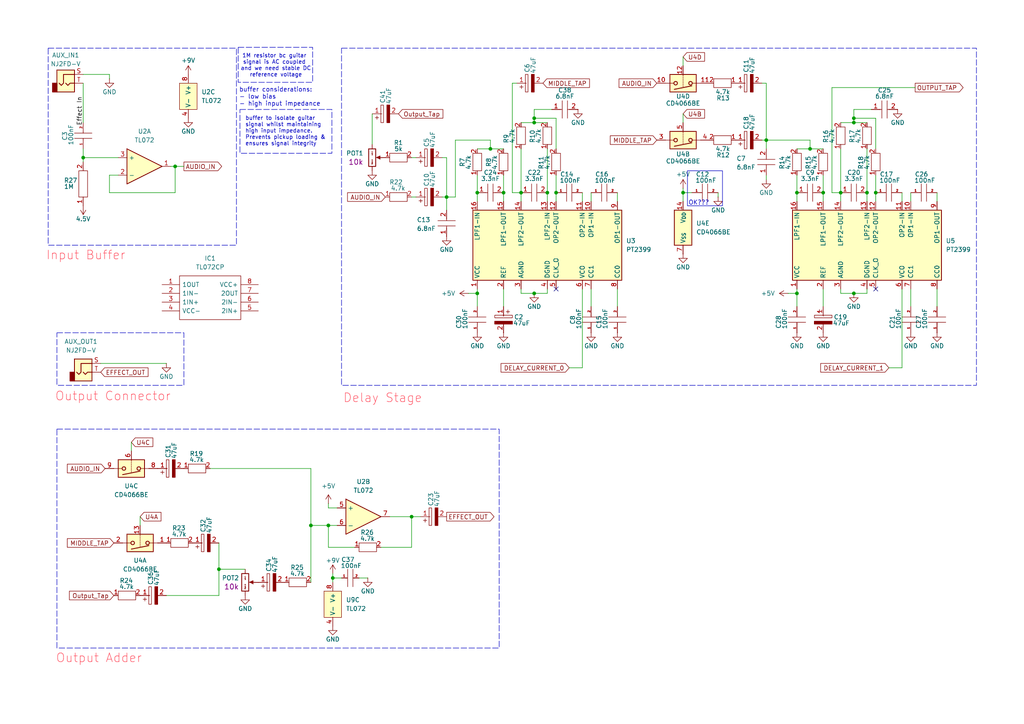
<source format=kicad_sch>
(kicad_sch (version 20231120) (generator "eeschema") (generator_version "8.0")
  (paper "A4")
  (junction (at 146.05 55.88))
  (junction (at 251.46 55.88))
  (junction (at 247.65 35.56))
  (junction (at 63.5 165.1))
  (junction (at 96.52 167.64))
  (junction (at 231.14 55.88))
  (junction (at 50.8 48.26))
  (junction (at 154.94 35.56))
  (junction (at 129.54 57.15))
  (junction (at 247.65 85.09))
  (junction (at 119.38 149.86))
  (junction (at 238.76 55.88))
  (junction (at 243.84 55.88))
  (junction (at 158.75 55.88))
  (junction (at 138.43 55.88))
  (junction (at 154.94 85.09))
  (junction (at 247.65 34.29))
  (junction (at 138.43 85.09))
  (junction (at 222.25 40.64))
  (junction (at 154.94 34.29))
  (junction (at 198.12 55.88))
  (junction (at 95.25 152.4))
  (junction (at 254 55.88))
  (junction (at 142.24 43.18))
  (junction (at 24.13 45.72))
  (junction (at 90.17 152.4))
  (junction (at 234.95 43.18))
  (junction (at 151.13 55.88))
  (junction (at 231.14 85.09))
  (junction (at 161.29 55.88))
  (no_connect (at 254 83.82))
  (no_connect (at 161.29 83.82))
  (wire (pts (xy 63.5 172.72) (xy 63.5 165.1)))
  (wire (pts (xy 243.84 35.56) (xy 247.65 35.56)))
  (wire (pts (xy 146.05 55.88) (xy 146.05 58.42)))
  (wire (pts (xy 241.3 55.88) (xy 243.84 55.88)))
  (wire (pts (xy 119.38 45.72) (xy 120.65 45.72)))
  (wire (pts (xy 243.84 85.09) (xy 247.65 85.09)))
  (wire (pts (xy 95.25 152.4) (xy 97.79 152.4)))
  (wire (pts (xy 142.24 40.64) (xy 142.24 43.18)))
  (wire (pts (xy 24.13 24.13) (xy 24.13 35.56)))
  (wire (pts (xy 119.38 158.75) (xy 119.38 149.86)))
  (wire (pts (xy 161.29 34.29) (xy 161.29 43.18)))
  (wire (pts (xy 257.81 106.68) (xy 261.62 106.68)))
  (wire (pts (xy 99.06 167.64) (xy 96.52 167.64)))
  (wire (pts (xy 106.68 167.64) (xy 104.14 167.64)))
  (wire (pts (xy 40.64 149.86) (xy 40.64 152.4)))
  (wire (pts (xy 254 55.88) (xy 254 58.42)))
  (wire (pts (xy 49.53 48.26) (xy 50.8 48.26)))
  (wire (pts (xy 96.52 167.64) (xy 96.52 168.91)))
  (wire (pts (xy 154.94 34.29) (xy 161.29 34.29)))
  (wire (pts (xy 148.59 24.13) (xy 149.86 24.13)))
  (wire (pts (xy 261.62 55.88) (xy 261.62 58.42)))
  (wire (pts (xy 234.95 43.18) (xy 238.76 43.18)))
  (wire (pts (xy 60.96 135.89) (xy 90.17 135.89)))
  (wire (pts (xy 198.12 54.61) (xy 198.12 55.88)))
  (wire (pts (xy 24.13 46.99) (xy 24.13 45.72)))
  (wire (pts (xy 158.75 43.18) (xy 158.75 55.88)))
  (wire (pts (xy 38.1 128.27) (xy 38.1 130.81)))
  (wire (pts (xy 161.29 50.8) (xy 161.29 55.88)))
  (wire (pts (xy 96.52 166.37) (xy 96.52 167.64)))
  (wire (pts (xy 241.3 55.88) (xy 241.3 25.4)))
  (wire (pts (xy 129.54 45.72) (xy 128.27 45.72)))
  (wire (pts (xy 132.08 40.64) (xy 142.24 40.64)))
  (wire (pts (xy 129.54 45.72) (xy 129.54 57.15)))
  (wire (pts (xy 138.43 50.8) (xy 138.43 55.88)))
  (wire (pts (xy 231.14 55.88) (xy 231.14 58.42)))
  (wire (pts (xy 254 34.29) (xy 254 43.18)))
  (wire (pts (xy 261.62 83.82) (xy 261.62 106.68)))
  (wire (pts (xy 63.5 157.48) (xy 63.5 165.1)))
  (wire (pts (xy 247.65 34.29) (xy 254 34.29)))
  (wire (pts (xy 31.75 55.88) (xy 31.75 50.8)))
  (wire (pts (xy 251.46 55.88) (xy 251.46 58.42)))
  (wire (pts (xy 146.05 50.8) (xy 146.05 55.88)))
  (wire (pts (xy 29.21 105.41) (xy 48.26 105.41)))
  (wire (pts (xy 243.84 55.88) (xy 243.84 58.42)))
  (wire (pts (xy 222.25 43.18) (xy 222.25 40.64)))
  (wire (pts (xy 198.12 55.88) (xy 200.66 55.88)))
  (wire (pts (xy 31.75 21.59) (xy 31.75 22.86)))
  (wire (pts (xy 135.89 85.09) (xy 138.43 85.09)))
  (wire (pts (xy 132.08 57.15) (xy 132.08 40.64)))
  (wire (pts (xy 179.07 55.88) (xy 179.07 58.42)))
  (wire (pts (xy 63.5 165.1) (xy 71.12 165.1)))
  (wire (pts (xy 243.84 83.82) (xy 243.84 85.09)))
  (wire (pts (xy 95.25 147.32) (xy 97.79 147.32)))
  (wire (pts (xy 241.3 25.4) (xy 265.43 25.4)))
  (wire (pts (xy 271.78 83.82) (xy 271.78 88.9)))
  (wire (pts (xy 50.8 48.26) (xy 50.8 55.88)))
  (wire (pts (xy 238.76 50.8) (xy 238.76 55.88)))
  (wire (pts (xy 31.75 50.8) (xy 34.29 50.8)))
  (wire (pts (xy 238.76 83.82) (xy 238.76 88.9)))
  (wire (pts (xy 234.95 40.64) (xy 234.95 43.18)))
  (wire (pts (xy 168.91 83.82) (xy 168.91 106.68)))
  (wire (pts (xy 154.94 31.75) (xy 154.94 34.29)))
  (wire (pts (xy 24.13 43.18) (xy 24.13 45.72)))
  (wire (pts (xy 110.49 158.75) (xy 119.38 158.75)))
  (wire (pts (xy 128.27 57.15) (xy 129.54 57.15)))
  (wire (pts (xy 151.13 55.88) (xy 151.13 58.42)))
  (wire (pts (xy 48.26 172.72) (xy 63.5 172.72)))
  (wire (pts (xy 95.25 146.05) (xy 95.25 147.32)))
  (wire (pts (xy 198.12 16.51) (xy 198.12 19.05)))
  (wire (pts (xy 138.43 83.82) (xy 138.43 85.09)))
  (wire (pts (xy 238.76 55.88) (xy 238.76 58.42)))
  (wire (pts (xy 154.94 31.75) (xy 160.02 31.75)))
  (wire (pts (xy 107.95 33.02) (xy 107.95 41.91)))
  (wire (pts (xy 179.07 83.82) (xy 179.07 88.9)))
  (wire (pts (xy 231.14 83.82) (xy 231.14 85.09)))
  (wire (pts (xy 220.98 24.13) (xy 222.25 24.13)))
  (wire (pts (xy 198.12 55.88) (xy 198.12 58.42)))
  (wire (pts (xy 151.13 83.82) (xy 151.13 85.09)))
  (wire (pts (xy 90.17 135.89) (xy 90.17 152.4)))
  (wire (pts (xy 165.1 106.68) (xy 168.91 106.68)))
  (wire (pts (xy 154.94 85.09) (xy 158.75 85.09)))
  (wire (pts (xy 151.13 43.18) (xy 151.13 55.88)))
  (wire (pts (xy 154.94 35.56) (xy 158.75 35.56)))
  (wire (pts (xy 113.03 149.86) (xy 119.38 149.86)))
  (wire (pts (xy 247.65 31.75) (xy 252.73 31.75)))
  (wire (pts (xy 231.14 43.18) (xy 234.95 43.18)))
  (wire (pts (xy 138.43 55.88) (xy 138.43 58.42)))
  (wire (pts (xy 148.59 55.88) (xy 151.13 55.88)))
  (wire (pts (xy 222.25 40.64) (xy 234.95 40.64)))
  (wire (pts (xy 102.87 158.75) (xy 95.25 158.75)))
  (wire (pts (xy 251.46 83.82) (xy 251.46 85.09)))
  (wire (pts (xy 24.13 45.72) (xy 34.29 45.72)))
  (wire (pts (xy 198.12 33.02) (xy 198.12 35.56)))
  (wire (pts (xy 151.13 85.09) (xy 154.94 85.09)))
  (wire (pts (xy 222.25 24.13) (xy 222.25 40.64)))
  (wire (pts (xy 247.65 31.75) (xy 247.65 34.29)))
  (wire (pts (xy 154.94 34.29) (xy 154.94 35.56)))
  (wire (pts (xy 222.25 50.8) (xy 222.25 52.07)))
  (wire (pts (xy 50.8 48.26) (xy 53.34 48.26)))
  (wire (pts (xy 148.59 24.13) (xy 148.59 55.88)))
  (wire (pts (xy 171.45 55.88) (xy 171.45 58.42)))
  (wire (pts (xy 158.75 83.82) (xy 158.75 85.09)))
  (wire (pts (xy 264.16 83.82) (xy 264.16 88.9)))
  (wire (pts (xy 168.91 55.88) (xy 168.91 58.42)))
  (wire (pts (xy 151.13 35.56) (xy 154.94 35.56)))
  (wire (pts (xy 247.65 34.29) (xy 247.65 35.56)))
  (wire (pts (xy 158.75 55.88) (xy 158.75 58.42)))
  (wire (pts (xy 220.98 40.64) (xy 222.25 40.64)))
  (wire (pts (xy 161.29 55.88) (xy 161.29 58.42)))
  (wire (pts (xy 129.54 57.15) (xy 132.08 57.15)))
  (wire (pts (xy 254 50.8) (xy 254 55.88)))
  (wire (pts (xy 138.43 85.09) (xy 138.43 88.9)))
  (wire (pts (xy 129.54 57.15) (xy 129.54 60.96)))
  (wire (pts (xy 146.05 83.82) (xy 146.05 88.9)))
  (wire (pts (xy 50.8 55.88) (xy 31.75 55.88)))
  (wire (pts (xy 228.6 85.09) (xy 231.14 85.09)))
  (wire (pts (xy 208.28 55.88) (xy 208.28 57.15)))
  (wire (pts (xy 264.16 55.88) (xy 264.16 58.42)))
  (wire (pts (xy 90.17 152.4) (xy 90.17 168.91)))
  (wire (pts (xy 231.14 85.09) (xy 231.14 88.9)))
  (wire (pts (xy 95.25 152.4) (xy 95.25 158.75)))
  (wire (pts (xy 271.78 55.88) (xy 271.78 58.42)))
  (wire (pts (xy 251.46 43.18) (xy 251.46 55.88)))
  (wire (pts (xy 247.65 35.56) (xy 251.46 35.56)))
  (wire (pts (xy 119.38 149.86) (xy 121.92 149.86)))
  (wire (pts (xy 138.43 43.18) (xy 142.24 43.18)))
  (wire (pts (xy 247.65 85.09) (xy 251.46 85.09)))
  (wire (pts (xy 90.17 152.4) (xy 95.25 152.4)))
  (wire (pts (xy 24.13 21.59) (xy 31.75 21.59)))
  (wire (pts (xy 120.65 57.15) (xy 119.38 57.15)))
  (wire (pts (xy 231.14 50.8) (xy 231.14 55.88)))
  (wire (pts (xy 171.45 83.82) (xy 171.45 88.9)))
  (wire (pts (xy 142.24 43.18) (xy 146.05 43.18)))
  (wire (pts (xy 243.84 43.18) (xy 243.84 55.88)))
  (rectangle (start 69.088 13.716) (end 90.678 23.876) (stroke (width 0) (type dash)))
  (rectangle (start 99.06 13.97) (end 283.21 111.76) (stroke (width 0) (type dash)))
  (rectangle (start 16.51 124.46) (end 144.78 187.96) (stroke (width 0) (type dash)))
  (rectangle (start 69.596 31.75) (end 96.266 44.45) (stroke (width 0) (type dash)))
  (rectangle (start 16.51 96.52) (end 53.34 111.76) (stroke (width 0) (type dash)))
  (rectangle (start 13.97 13.97) (end 68.58 71.12) (stroke (width 0) (type dash)))
  (rectangle (start 199.39 49.53) (end 209.55 59.69))
  (text "Output Adder\n" (at 28.702 191.008 0) (effects (font (size 2.54 2.54))))
  (text "Delay Stage\n" (at 110.998 115.57 0) (effects (font (size 2.54 2.54))))
  (text "1M resistor bc guitar \nsignal is AC coupled \nand we need stable DC\nreference voltage" (at 80.01 19.05 0) (effects (font (size 1.143 1.143))))
  (text "Input Buffer\n" (at 24.892 74.168 0) (effects (font (size 2.54 2.54))))
  (text "OK???\n" (at 202.692 58.928 0) (effects (font (size 1.27 1.27))))
  (text "Output Connector" (at 32.766 115.062 0) (effects (font (size 2.54 2.54))))
  (text "buffer to isolate guitar \nsignal whilst maintaining \nhigh input impedance.\nPrevents pickup loading &\nensures signal integrity " (at 71.12 38.1 0) (effects (font (size 1.143 1.143)) (justify left)))
  (text "buffer considerations:\n- low bias\n- high input impedance\n\n" (at 69.342 29.21 0) (effects (font (size 1.27 1.27)) (justify left)))
  (label "Effect In" (at 24.13 27.94 270))
  (global_label "U4D" (shape input) (at 198.12 16.51 0) (property "Intersheetrefs" "${INTERSHEET_REFS}" (effects (hide yes))))
  (global_label "AUDIO_IN" (shape input) (at 30.48 135.89 180) (property "Intersheetrefs" "${INTERSHEET_REFS}" (effects (hide yes))))
  (global_label "U4A" (shape input) (at 40.64 149.86 0) (property "Intersheetrefs" "${INTERSHEET_REFS}" (effects (hide yes))))
  (global_label "U4C" (shape input) (at 38.1 128.27 0) (property "Intersheetrefs" "${INTERSHEET_REFS}" (effects (hide yes))))
  (global_label "EFFECT_OUT" (shape output) (at 129.54 149.86 0) (property "Intersheetrefs" "${INTERSHEET_REFS}" (effects (hide yes))))
  (global_label "U4B" (shape input) (at 198.12 33.02 0) (property "Intersheetrefs" "${INTERSHEET_REFS}" (effects (hide yes))))
  (global_label "AUDIO_IN" (shape input) (at 190.5 24.13 180) (property "Intersheetrefs" "${INTERSHEET_REFS}" (effects (hide yes))))
  (global_label "OUTPUT_TAP" (shape output) (at 265.43 25.4 0) (property "Intersheetrefs" "${INTERSHEET_REFS}" (effects (hide yes))))
  (global_label "DELAY_CURRENT_1" (shape input) (at 257.81 106.68 180) (property "Intersheetrefs" "${INTERSHEET_REFS}" (effects (hide yes))))
  (global_label "AUDIO_IN" (shape output) (at 53.34 48.26 0) (property "Intersheetrefs" "${INTERSHEET_REFS}" (effects (hide yes))))
  (global_label "Output_Tap" (shape input) (at 33.02 172.72 180) (property "Intersheetrefs" "${INTERSHEET_REFS}" (effects (hide yes))))
  (global_label "MIDDLE_TAP" (shape input) (at 33.02 157.48 180) (property "Intersheetrefs" "${INTERSHEET_REFS}" (effects (hide yes))))
  (global_label "MIDDLE_TAP" (shape input) (at 157.48 24.13 0) (property "Intersheetrefs" "${INTERSHEET_REFS}" (effects (hide yes))))
  (global_label "DELAY_CURRENT_0" (shape input) (at 165.1 106.68 180) (property "Intersheetrefs" "${INTERSHEET_REFS}" (effects (hide yes))))
  (global_label "AUDIO_IN" (shape input) (at 111.76 57.15 180) (property "Intersheetrefs" "${INTERSHEET_REFS}" (effects (hide yes))))
  (global_label "MIDDLE_TAP" (shape input) (at 190.5 40.64 180) (property "Intersheetrefs" "${INTERSHEET_REFS}" (effects (hide yes))))
  (global_label "EFFECT_OUT" (shape input) (at 29.21 107.95 0) (property "Intersheetrefs" "${INTERSHEET_REFS}" (effects (hide yes))))
  (global_label "Output_Tap" (shape input) (at 115.57 33.02 0) (property "Intersheetrefs" "${INTERSHEET_REFS}" (effects (hide yes))))
  (symbol (lib_name "REA470M1CBK-0511P_1") (lib_id "SamacSys_Parts:REA470M1CBK-0511P") (at 44.45 172.72 0) (unit 1)
    (property "Reference" "C36" (at 43.688 169.672 90) (effects (justify left)))
    (property "Value" "47uF" (at 45.466 169.926 90) (effects (justify left)))
    (property "Footprint" "CAPPRD200W50D525H1250" (effects (hide yes)))
    (property "Datasheet" "https://mouser.componentsearchengine.com/Datasheets/1/REA470M1CBK-0511P.pdf" (effects (hide yes)))
    (property "Description" "Aluminum Electrolytic Capacitors - Radial Leaded 16V 47uF 20% 5x11 mm" (effects (hide yes)))
    (property "Description_1" "Aluminum Electrolytic Capacitors - Radial Leaded 16V 47uF 20% 5x11 mm" (effects (hide yes)))
    (property "Height" "12.5" (effects (hide yes)))
    (property "Manufacturer_Name" "Lelon" (effects (hide yes)))
    (property "Manufacturer_Part_Number" "REA470M1CBK-0511P" (effects (hide yes)))
    (property "Mouser Part Number" "140-REA470M1CBK0511P" (effects (hide yes)))
    (property "Mouser Price/Stock" "https://www.mouser.co.uk/ProductDetail/Lelon/REA470M1CBK-0511P/?qs=LVGG2qFPDbGuSPcHtpe6Lw%3D%3D" (effects (hide yes)))
  )
  (symbol (lib_name "REA470M1CBK-0511P_1") (lib_id "SamacSys_Parts:REA470M1CBK-0511P") (at 78.74 168.91 0) (unit 1)
    (property "Reference" "C34" (at 77.978 165.862 90) (effects (justify left)))
    (property "Value" "47uF" (at 79.756 166.116 90) (effects (justify left)))
    (property "Footprint" "CAPPRD200W50D525H1250" (effects (hide yes)))
    (property "Datasheet" "https://mouser.componentsearchengine.com/Datasheets/1/REA470M1CBK-0511P.pdf" (effects (hide yes)))
    (property "Description" "Aluminum Electrolytic Capacitors - Radial Leaded 16V 47uF 20% 5x11 mm" (effects (hide yes)))
    (property "Description_1" "Aluminum Electrolytic Capacitors - Radial Leaded 16V 47uF 20% 5x11 mm" (effects (hide yes)))
    (property "Height" "12.5" (effects (hide yes)))
    (property "Manufacturer_Name" "Lelon" (effects (hide yes)))
    (property "Manufacturer_Part_Number" "REA470M1CBK-0511P" (effects (hide yes)))
    (property "Mouser Part Number" "140-REA470M1CBK0511P" (effects (hide yes)))
    (property "Mouser Price/Stock" "https://www.mouser.co.uk/ProductDetail/Lelon/REA470M1CBK-0511P/?qs=LVGG2qFPDbGuSPcHtpe6Lw%3D%3D" (effects (hide yes)))
  )
  (symbol (lib_id "PCM_4ms_IC:TL072") (at 41.91 48.26 0) (unit 1)
    (property "Reference" "U2" (at 41.91 38.1 0))
    (property "Value" "TL072" (at 41.91 40.64 0))
    (property "Footprint" "4ms_Package_SSOP:TSSOP-8_4.4x3mm_Pitch0.65mm" (effects (hide yes)))
    (property "Description" "TL072 Dual Opamp TSSOP-8" (effects (hide yes)))
    (property "Specifications" "TL072 Dual Opamp" (effects (hide yes)))
    (property "JLCPCB ID" "C90748" (effects (hide yes)))
  )
  (symbol (lib_id "PCM_4ms_IC:TL072") (at 54.61 27.94 0) (unit 3)
    (property "Reference" "U2" (at 58.42 26.6699 0) (effects (justify left)))
    (property "Value" "TL072" (at 58.42 29.2099 0) (effects (justify left)))
    (property "Footprint" "4ms_Package_SSOP:TSSOP-8_4.4x3mm_Pitch0.65mm" (effects (hide yes)))
    (property "Description" "TL072 Dual Opamp TSSOP-8" (effects (hide yes)))
    (property "Specifications" "TL072 Dual Opamp" (effects (hide yes)))
    (property "JLCPCB ID" "C90748" (effects (hide yes)))
  )
  (symbol (lib_id "SamacSys_Parts:SR211C104KARTR1") (at 231.14 92.71 90) (unit 1)
    (property "Reference" "C28" (at 225.806 91.44 0) (effects (justify right)))
    (property "Value" "100nF" (at 227.584 89.408 0) (effects (justify right)))
    (property "Footprint" "SR211C104KARTR1" (effects (hide yes)))
    (property "Datasheet" "http://datasheets.avx.com/SR-Series.pdf" (effects (hide yes)))
    (property "Description" "AVX 100nF Multilayer Ceramic Capacitor MLCC 100V dc +/-10% X7R Dielectric SR21 Radial, Max. Temp. +125C" (effects (hide yes)))
    (property "Description_1" "AVX 100nF Multilayer Ceramic Capacitor MLCC 100V dc +/-10% X7R Dielectric SR21 Radial, Max. Temp. +125C" (effects (hide yes)))
    (property "Height" "5.08" (effects (hide yes)))
    (property "Manufacturer_Name" "Kyocera AVX" (effects (hide yes)))
    (property "Manufacturer_Part_Number" "SR211C104KARTR1" (effects (hide yes)))
    (property "Mouser Part Number" "581-SR211C104KARTR1" (effects (hide yes)))
    (property "Mouser Price/Stock" "https://www.mouser.co.uk/ProductDetail/KYOCERA-AVX/SR211C104KARTR1?qs=VbDyUod5BIevel8oj7CoQQ%3D%3D" (effects (hide yes)))
    (property "Arrow Part Number" "SR211C104KARTR1" (effects (hide yes)))
    (property "Arrow Price/Stock" "https://www.arrow.com/en/products/sr211c104kartr1/avx?utm_currency=USD&region=europe" (effects (hide yes)))
  )
  (symbol (lib_id "SamacSys_Parts:MFR-25FRF52-4K7") (at 106.68 57.15 0) (unit 1)
    (property "Reference" "R22" (at 116.84 52.832 0) (effects (justify right)))
    (property "Value" "4.7k" (at 117.602 54.61 0) (effects (justify right)))
    (property "Footprint" "RESAD1590W60L630D240" (effects (hide yes)))
    (property "Datasheet" "https://www.yageo.com/upload/media/product/productsearch/datasheet/lr/YAGEO%20MFR_datasheet_2024v4.pdf" (effects (hide yes)))
    (property "Description" "4.7 kOhms +/-1% 0.25W, 1/4W Through Hole Resistor Axial Metal Film" (effects (hide yes)))
    (property "Description_1" "4.7 kOhms +/-1% 0.25W, 1/4W Through Hole Resistor Axial Metal Film" (effects (hide yes)))
    (property "Manufacturer_Name" "YAGEO" (effects (hide yes)))
    (property "Manufacturer_Part_Number" "MFR-25FRF52-4K7" (effects (hide yes)))
    (property "Mouser Part Number" "603-MFR-25FRF52-4K7" (effects (hide yes)))
    (property "Mouser Price/Stock" "https://www.mouser.co.uk/ProductDetail/YAGEO/MFR-25FRF52-4K7?qs=oAGoVhmvjhyQeQN9ury1YQ%3D%3D" (effects (hide yes)))
    (property "Arrow Part Number" "MFR-25FRF52-4K7" (effects (hide yes)))
    (property "Arrow Price/Stock" "https://www.arrow.com/en/products/mfr-25frf52-4k7/yageo?region=nac" (effects (hide yes)))
  )
  (symbol (lib_id "SamacSys_Parts:RCER72A332K0DBH03A") (at 247.65 55.88 0) (unit 1)
    (property "Reference" "C20" (at 247.65 50.038 0))
    (property "Value" "3.3nF" (at 247.65 51.816 0))
    (property "Footprint" "RCER72A332K0DBH03A" (effects (hide yes)))
    (property "Datasheet" "https://search.murata.co.jp/Ceramy/image/img/A01X/G101/ENG/RCE_X7R_X7S_25V-100V_E.pdf" (effects (hide yes)))
    (property "Description" "Capacitor L=3.6mm W=3.5mm T=2.5mm 3300 pF +/-10% 100V Ceramic Capacitor X7R Radial" (effects (hide yes)))
    (property "Description_1" "Capacitor L=3.6mm W=3.5mm T=2.5mm 3300 pF +/-10% 100V Ceramic Capacitor X7R Radial" (effects (hide yes)))
    (property "Height" "2.5" (effects (hide yes)))
    (property "Manufacturer_Name" "Murata Electronics" (effects (hide yes)))
    (property "Manufacturer_Part_Number" "RCER72A332K0DBH03A" (effects (hide yes)))
  )
  (symbol (lib_name "PT2399_1") (lib_id "Audio:PT2399") (at 245.11 71.12 90) (unit 1)
    (property "Reference" "U5" (at 274.32 69.85 90) (effects (justify right)))
    (property "Value" "PT2399" (at 274.32 72.39 90) (effects (justify right)))
    (property "Footprint" "Package_DIP:DIP-16_W7.62mm" (effects (hide yes)))
    (property "Datasheet" "http://www.princeton.com.tw/Portals/0/Product/PT2399_1.pdf" (effects (hide yes)))
    (property "Description" "Echo Processor IC, DIP-16" (effects (hide yes)))
  )
  (symbol (lib_id "PCM_4ms_IC:TL072") (at 105.41 149.86 0) (unit 2)
    (property "Reference" "U2" (at 105.41 139.7 0))
    (property "Value" "TL072" (at 105.41 142.24 0))
    (property "Footprint" "4ms_Package_SSOP:TSSOP-8_4.4x3mm_Pitch0.65mm" (effects (hide yes)))
    (property "Description" "TL072 Dual Opamp TSSOP-8" (effects (hide yes)))
    (property "Specifications" "TL072 Dual Opamp" (effects (hide yes)))
    (property "JLCPCB ID" "C90748" (effects (hide yes)))
  )
  (symbol (lib_name "MFR-25FRF52-4K7_1") (lib_id "SamacSys_Parts:MFR-25FRF52-4K7") (at 106.68 158.75 0) (unit 1)
    (property "Reference" "R26" (at 108.458 154.432 0) (effects (justify right)))
    (property "Value" "4.7k" (at 108.712 156.21 0) (effects (justify right)))
    (property "Footprint" "RESAD1590W60L630D240" (effects (hide yes)))
    (property "Datasheet" "https://www.yageo.com/upload/media/product/productsearch/datasheet/lr/YAGEO%20MFR_datasheet_2024v4.pdf" (effects (hide yes)))
    (property "Description" "4.7 kOhms +/-1% 0.25W, 1/4W Through Hole Resistor Axial Metal Film" (effects (hide yes)))
    (property "Description_1" "4.7 kOhms +/-1% 0.25W, 1/4W Through Hole Resistor Axial Metal Film" (effects (hide yes)))
    (property "Manufacturer_Name" "YAGEO" (effects (hide yes)))
    (property "Manufacturer_Part_Number" "MFR-25FRF52-4K7" (effects (hide yes)))
    (property "Mouser Part Number" "603-MFR-25FRF52-4K7" (effects (hide yes)))
    (property "Mouser Price/Stock" "https://www.mouser.co.uk/ProductDetail/YAGEO/MFR-25FRF52-4K7?qs=oAGoVhmvjhyQeQN9ury1YQ%3D%3D" (effects (hide yes)))
    (property "Arrow Part Number" "MFR-25FRF52-4K7" (effects (hide yes)))
    (property "Arrow Price/Stock" "https://www.arrow.com/en/products/mfr-25frf52-4k7/yageo?region=nac" (effects (hide yes)))
  )
  (symbol (lib_id "SamacSys_Parts:SR211C104KARTR1") (at 138.43 92.71 90) (unit 1)
    (property "Reference" "C30" (at 133.096 91.44 0) (effects (justify right)))
    (property "Value" "100nF" (at 134.874 89.408 0) (effects (justify right)))
    (property "Footprint" "SR211C104KARTR1" (effects (hide yes)))
    (property "Datasheet" "http://datasheets.avx.com/SR-Series.pdf" (effects (hide yes)))
    (property "Description" "AVX 100nF Multilayer Ceramic Capacitor MLCC 100V dc +/-10% X7R Dielectric SR21 Radial, Max. Temp. +125C" (effects (hide yes)))
    (property "Description_1" "AVX 100nF Multilayer Ceramic Capacitor MLCC 100V dc +/-10% X7R Dielectric SR21 Radial, Max. Temp. +125C" (effects (hide yes)))
    (property "Height" "5.08" (effects (hide yes)))
    (property "Manufacturer_Name" "Kyocera AVX" (effects (hide yes)))
    (property "Manufacturer_Part_Number" "SR211C104KARTR1" (effects (hide yes)))
    (property "Mouser Part Number" "581-SR211C104KARTR1" (effects (hide yes)))
    (property "Mouser Price/Stock" "https://www.mouser.co.uk/ProductDetail/KYOCERA-AVX/SR211C104KARTR1?qs=VbDyUod5BIevel8oj7CoQQ%3D%3D" (effects (hide yes)))
    (property "Arrow Part Number" "SR211C104KARTR1" (effects (hide yes)))
    (property "Arrow Price/Stock" "https://www.arrow.com/en/products/sr211c104kartr1/avx?utm_currency=USD&region=europe" (effects (hide yes)))
  )
  (symbol (lib_name "MFR-25FRF52-4K7_1") (lib_id "SamacSys_Parts:MFR-25FRF52-4K7") (at 209.55 40.64 180) (unit 1)
    (property "Reference" "R12" (at 207.772 44.958 0) (effects (justify right)))
    (property "Value" "4.7k" (at 207.518 43.18 0) (effects (justify right)))
    (property "Footprint" "RESAD1590W60L630D240" (effects (hide yes)))
    (property "Datasheet" "https://www.yageo.com/upload/media/product/productsearch/datasheet/lr/YAGEO%20MFR_datasheet_2024v4.pdf" (effects (hide yes)))
    (property "Description" "4.7 kOhms +/-1% 0.25W, 1/4W Through Hole Resistor Axial Metal Film" (effects (hide yes)))
    (property "Description_1" "4.7 kOhms +/-1% 0.25W, 1/4W Through Hole Resistor Axial Metal Film" (effects (hide yes)))
    (property "Manufacturer_Name" "YAGEO" (effects (hide yes)))
    (property "Manufacturer_Part_Number" "MFR-25FRF52-4K7" (effects (hide yes)))
    (property "Mouser Part Number" "603-MFR-25FRF52-4K7" (effects (hide yes)))
    (property "Mouser Price/Stock" "https://www.mouser.co.uk/ProductDetail/YAGEO/MFR-25FRF52-4K7?qs=oAGoVhmvjhyQeQN9ury1YQ%3D%3D" (effects (hide yes)))
    (property "Arrow Part Number" "MFR-25FRF52-4K7" (effects (hide yes)))
    (property "Arrow Price/Stock" "https://www.arrow.com/en/products/mfr-25frf52-4k7/yageo?region=nac" (effects (hide yes)))
  )
  (symbol (lib_name "MFR-25FRF52-4K7_1") (lib_id "SamacSys_Parts:MFR-25FRF52-4K7") (at 36.83 172.72 0) (unit 1)
    (property "Reference" "R24" (at 38.608 168.402 0) (effects (justify right)))
    (property "Value" "4.7k" (at 38.862 170.18 0) (effects (justify right)))
    (property "Footprint" "RESAD1590W60L630D240" (effects (hide yes)))
    (property "Datasheet" "https://www.yageo.com/upload/media/product/productsearch/datasheet/lr/YAGEO%20MFR_datasheet_2024v4.pdf" (effects (hide yes)))
    (property "Description" "4.7 kOhms +/-1% 0.25W, 1/4W Through Hole Resistor Axial Metal Film" (effects (hide yes)))
    (property "Description_1" "4.7 kOhms +/-1% 0.25W, 1/4W Through Hole Resistor Axial Metal Film" (effects (hide yes)))
    (property "Manufacturer_Name" "YAGEO" (effects (hide yes)))
    (property "Manufacturer_Part_Number" "MFR-25FRF52-4K7" (effects (hide yes)))
    (property "Mouser Part Number" "603-MFR-25FRF52-4K7" (effects (hide yes)))
    (property "Mouser Price/Stock" "https://www.mouser.co.uk/ProductDetail/YAGEO/MFR-25FRF52-4K7?qs=oAGoVhmvjhyQeQN9ury1YQ%3D%3D" (effects (hide yes)))
    (property "Arrow Part Number" "MFR-25FRF52-4K7" (effects (hide yes)))
    (property "Arrow Price/Stock" "https://www.arrow.com/en/products/mfr-25frf52-4k7/yageo?region=nac" (effects (hide yes)))
  )
  (symbol (lib_id "Connector_Audio:NJ2FD-V") (at 19.05 24.13 0) (unit 1)
    (property "Reference" "AUX_IN1" (at 19.05 16.002 0))
    (property "Value" "NJ2FD-V" (at 19.05 18.542 0))
    (property "Footprint" "Connector_Audio:Jack_6.35mm_Neutrik_NJ2FD-V_Vertical" (effects (hide yes)))
    (property "Datasheet" "https://www.neutrik.com/en/product/nj2fd-v" (effects (hide yes)))
    (property "Description" "6.35mm (1/4 in) Vertical Jack, Non-switching mono jack (T/S)" (effects (hide yes)))
  )
  (symbol (lib_id "power:GND") (at 154.94 85.09 0) (unit 1)
    (property "Reference" "#PWR018" (effects (hide yes)))
    (property "Value" "GND" (at 154.94 88.9 0))
    (property "Description" "Power symbol creates a global label with name \"GND\" , ground" (effects (hide yes)))
  )
  (symbol (lib_name "MFR-25FRF52-4K7_1") (lib_id "SamacSys_Parts:MFR-25FRF52-4K7") (at 57.15 135.89 0) (unit 1)
    (property "Reference" "R19" (at 58.928 131.572 0) (effects (justify right)))
    (property "Value" "4.7k" (at 59.182 133.35 0) (effects (justify right)))
    (property "Footprint" "RESAD1590W60L630D240" (effects (hide yes)))
    (property "Datasheet" "https://www.yageo.com/upload/media/product/productsearch/datasheet/lr/YAGEO%20MFR_datasheet_2024v4.pdf" (effects (hide yes)))
    (property "Description" "4.7 kOhms +/-1% 0.25W, 1/4W Through Hole Resistor Axial Metal Film" (effects (hide yes)))
    (property "Description_1" "4.7 kOhms +/-1% 0.25W, 1/4W Through Hole Resistor Axial Metal Film" (effects (hide yes)))
    (property "Manufacturer_Name" "YAGEO" (effects (hide yes)))
    (property "Manufacturer_Part_Number" "MFR-25FRF52-4K7" (effects (hide yes)))
    (property "Mouser Part Number" "603-MFR-25FRF52-4K7" (effects (hide yes)))
    (property "Mouser Price/Stock" "https://www.mouser.co.uk/ProductDetail/YAGEO/MFR-25FRF52-4K7?qs=oAGoVhmvjhyQeQN9ury1YQ%3D%3D" (effects (hide yes)))
    (property "Arrow Part Number" "MFR-25FRF52-4K7" (effects (hide yes)))
    (property "Arrow Price/Stock" "https://www.arrow.com/en/products/mfr-25frf52-4k7/yageo?region=nac" (effects (hide yes)))
  )
  (symbol (lib_id "SamacSys_Parts:SR211C682MARTR1") (at 129.54 64.77 90) (unit 1)
    (property "Reference" "C13" (at 120.904 63.754 90) (effects (justify right)))
    (property "Value" "6.8nF" (at 120.904 66.294 90) (effects (justify right)))
    (property "Footprint" "SR211C682MARTR1" (effects (hide yes)))
    (property "Datasheet" "https://www.mouser.com/datasheet/2/40/SR-Series-1016911.pdf" (effects (hide yes)))
    (property "Description" "Multilayer Ceramic Capacitors MLCC - Leaded 100volts 6800pF 20% X7R" (effects (hide yes)))
    (property "Description_1" "Multilayer Ceramic Capacitors MLCC - Leaded 100volts 6800pF 20% X7R" (effects (hide yes)))
    (property "Height" "5.08" (effects (hide yes)))
    (property "Manufacturer_Name" "Kyocera AVX" (effects (hide yes)))
    (property "Manufacturer_Part_Number" "SR211C682MARTR1" (effects (hide yes)))
    (property "Mouser Part Number" "581-SR211C682MARTR1" (effects (hide yes)))
    (property "Mouser Price/Stock" "https://www.mouser.co.uk/ProductDetail/AVX/SR211C682MARTR1?qs=HTmLiGhN8CSDRS%252BX5uLc6A%3D%3D" (effects (hide yes)))
  )
  (symbol (lib_id "power:GND") (at 107.95 49.53 0) (unit 1)
    (property "Reference" "#PWR010" (effects (hide yes)))
    (property "Value" "GND" (at 107.95 53.34 0))
    (property "Description" "Power symbol creates a global label with name \"GND\" , ground" (effects (hide yes)))
  )
  (symbol (lib_id "power:GND") (at 231.14 96.52 0) (unit 1)
    (property "Reference" "#PWR026" (effects (hide yes)))
    (property "Value" "GND" (at 231.14 100.33 0))
    (property "Description" "Power symbol creates a global label with name \"GND\" , ground" (effects (hide yes)))
  )
  (symbol (lib_name "MFR-25FRF52-4K7_1") (lib_id "SamacSys_Parts:MFR-25FRF52-4K7") (at 238.76 46.99 90) (unit 1)
    (property "Reference" "R15" (at 234.442 45.212 0) (effects (justify right)))
    (property "Value" "4.7k" (at 236.22 44.958 0) (effects (justify right)))
    (property "Footprint" "RESAD1590W60L630D240" (effects (hide yes)))
    (property "Datasheet" "https://www.yageo.com/upload/media/product/productsearch/datasheet/lr/YAGEO%20MFR_datasheet_2024v4.pdf" (effects (hide yes)))
    (property "Description" "4.7 kOhms +/-1% 0.25W, 1/4W Through Hole Resistor Axial Metal Film" (effects (hide yes)))
    (property "Description_1" "4.7 kOhms +/-1% 0.25W, 1/4W Through Hole Resistor Axial Metal Film" (effects (hide yes)))
    (property "Manufacturer_Name" "YAGEO" (effects (hide yes)))
    (property "Manufacturer_Part_Number" "MFR-25FRF52-4K7" (effects (hide yes)))
    (property "Mouser Part Number" "603-MFR-25FRF52-4K7" (effects (hide yes)))
    (property "Mouser Price/Stock" "https://www.mouser.co.uk/ProductDetail/YAGEO/MFR-25FRF52-4K7?qs=oAGoVhmvjhyQeQN9ury1YQ%3D%3D" (effects (hide yes)))
    (property "Arrow Part Number" "MFR-25FRF52-4K7" (effects (hide yes)))
    (property "Arrow Price/Stock" "https://www.arrow.com/en/products/mfr-25frf52-4k7/yageo?region=nac" (effects (hide yes)))
  )
  (symbol (lib_id "power:GND") (at 179.07 96.52 0) (unit 1)
    (property "Reference" "#PWR020" (effects (hide yes)))
    (property "Value" "GND" (at 179.07 100.33 0))
    (property "Description" "Power symbol creates a global label with name \"GND\" , ground" (effects (hide yes)))
  )
  (symbol (lib_name "REA470M1CBK-0511P_1") (lib_id "SamacSys_Parts:REA470M1CBK-0511P") (at 238.76 92.71 270) (unit 1)
    (property "Reference" "C19" (at 241.808 91.948 90) (effects (justify left)))
    (property "Value" "47uF" (at 241.554 93.726 90) (effects (justify left)))
    (property "Footprint" "CAPPRD200W50D525H1250" (effects (hide yes)))
    (property "Datasheet" "https://mouser.componentsearchengine.com/Datasheets/1/REA470M1CBK-0511P.pdf" (effects (hide yes)))
    (property "Description" "Aluminum Electrolytic Capacitors - Radial Leaded 16V 47uF 20% 5x11 mm" (effects (hide yes)))
    (property "Description_1" "Aluminum Electrolytic Capacitors - Radial Leaded 16V 47uF 20% 5x11 mm" (effects (hide yes)))
    (property "Height" "12.5" (effects (hide yes)))
    (property "Manufacturer_Name" "Lelon" (effects (hide yes)))
    (property "Manufacturer_Part_Number" "REA470M1CBK-0511P" (effects (hide yes)))
    (property "Mouser Part Number" "140-REA470M1CBK0511P" (effects (hide yes)))
    (property "Mouser Price/Stock" "https://www.mouser.co.uk/ProductDetail/Lelon/REA470M1CBK-0511P/?qs=LVGG2qFPDbGuSPcHtpe6Lw%3D%3D" (effects (hide yes)))
  )
  (symbol (lib_id "PCM_4ms_IC:TL072") (at 96.52 175.26 0) (unit 3)
    (property "Reference" "U9" (at 100.33 173.9899 0) (effects (justify left)))
    (property "Value" "TL072" (at 100.33 176.5299 0) (effects (justify left)))
    (property "Footprint" "4ms_Package_SSOP:TSSOP-8_4.4x3mm_Pitch0.65mm" (effects (hide yes)))
    (property "Description" "TL072 Dual Opamp TSSOP-8" (effects (hide yes)))
    (property "Specifications" "TL072 Dual Opamp" (effects (hide yes)))
    (property "JLCPCB ID" "C90748" (effects (hide yes)))
  )
  (symbol (lib_id "power:GND") (at 138.43 96.52 0) (unit 1)
    (property "Reference" "#PWR015" (effects (hide yes)))
    (property "Value" "GND" (at 138.43 100.33 0))
    (property "Description" "Power symbol creates a global label with name \"GND\" , ground" (effects (hide yes)))
  )
  (symbol (lib_id "SamacSys_Parts:SR211C104KARTR1") (at 204.47 55.88 0) (unit 1)
    (property "Reference" "C12" (at 205.74 50.546 0) (effects (justify right)))
    (property "Value" "100nF" (at 207.772 52.324 0) (effects (justify right)))
    (property "Footprint" "SR211C104KARTR1" (effects (hide yes)))
    (property "Datasheet" "http://datasheets.avx.com/SR-Series.pdf" (effects (hide yes)))
    (property "Description" "AVX 100nF Multilayer Ceramic Capacitor MLCC 100V dc +/-10% X7R Dielectric SR21 Radial, Max. Temp. +125C" (effects (hide yes)))
    (property "Description_1" "AVX 100nF Multilayer Ceramic Capacitor MLCC 100V dc +/-10% X7R Dielectric SR21 Radial, Max. Temp. +125C" (effects (hide yes)))
    (property "Height" "5.08" (effects (hide yes)))
    (property "Manufacturer_Name" "Kyocera AVX" (effects (hide yes)))
    (property "Manufacturer_Part_Number" "SR211C104KARTR1" (effects (hide yes)))
    (property "Mouser Part Number" "581-SR211C104KARTR1" (effects (hide yes)))
    (property "Mouser Price/Stock" "https://www.mouser.co.uk/ProductDetail/KYOCERA-AVX/SR211C104KARTR1?qs=VbDyUod5BIevel8oj7CoQQ%3D%3D" (effects (hide yes)))
    (property "Arrow Part Number" "SR211C104KARTR1" (effects (hide yes)))
    (property "Arrow Price/Stock" "https://www.arrow.com/en/products/sr211c104kartr1/avx?utm_currency=USD&region=europe" (effects (hide yes)))
  )
  (symbol (lib_name "REA470M1CBK-0511P_1") (lib_id "SamacSys_Parts:REA470M1CBK-0511P") (at 111.76 33.02 0) (unit 1)
    (property "Reference" "C41" (at 110.998 29.972 90) (effects (justify left)))
    (property "Value" "47uF" (at 112.776 30.226 90) (effects (justify left)))
    (property "Footprint" "CAPPRD200W50D525H1250" (effects (hide yes)))
    (property "Datasheet" "https://mouser.componentsearchengine.com/Datasheets/1/REA470M1CBK-0511P.pdf" (effects (hide yes)))
    (property "Description" "Aluminum Electrolytic Capacitors - Radial Leaded 16V 47uF 20% 5x11 mm" (effects (hide yes)))
    (property "Description_1" "Aluminum Electrolytic Capacitors - Radial Leaded 16V 47uF 20% 5x11 mm" (effects (hide yes)))
    (property "Height" "12.5" (effects (hide yes)))
    (property "Manufacturer_Name" "Lelon" (effects (hide yes)))
    (property "Manufacturer_Part_Number" "REA470M1CBK-0511P" (effects (hide yes)))
    (property "Mouser Part Number" "140-REA470M1CBK0511P" (effects (hide yes)))
    (property "Mouser Price/Stock" "https://www.mouser.co.uk/ProductDetail/Lelon/REA470M1CBK-0511P/?qs=LVGG2qFPDbGuSPcHtpe6Lw%3D%3D" (effects (hide yes)))
  )
  (symbol (lib_id "power:GND") (at 31.75 22.86 0) (unit 1)
    (property "Reference" "#PWR036" (effects (hide yes)))
    (property "Value" "GND" (at 31.75 26.67 0))
    (property "Description" "Power symbol creates a global label with name \"GND\" , ground" (effects (hide yes)))
  )
  (symbol (lib_id "power:GND") (at 238.76 96.52 0) (unit 1)
    (property "Reference" "#PWR028" (effects (hide yes)))
    (property "Value" "GND" (at 238.76 100.33 0))
    (property "Description" "Power symbol creates a global label with name \"GND\" , ground" (effects (hide yes)))
  )
  (symbol (lib_id "SamacSys_Parts:SR211C104KARTR1") (at 171.45 92.71 90) (unit 1)
    (property "Reference" "C8" (at 166.116 91.44 0) (effects (justify right)))
    (property "Value" "100nF" (at 167.894 89.408 0) (effects (justify right)))
    (property "Footprint" "SR211C104KARTR1" (effects (hide yes)))
    (property "Datasheet" "http://datasheets.avx.com/SR-Series.pdf" (effects (hide yes)))
    (property "Description" "AVX 100nF Multilayer Ceramic Capacitor MLCC 100V dc +/-10% X7R Dielectric SR21 Radial, Max. Temp. +125C" (effects (hide yes)))
    (property "Description_1" "AVX 100nF Multilayer Ceramic Capacitor MLCC 100V dc +/-10% X7R Dielectric SR21 Radial, Max. Temp. +125C" (effects (hide yes)))
    (property "Height" "5.08" (effects (hide yes)))
    (property "Manufacturer_Name" "Kyocera AVX" (effects (hide yes)))
    (property "Manufacturer_Part_Number" "SR211C104KARTR1" (effects (hide yes)))
    (property "Mouser Part Number" "581-SR211C104KARTR1" (effects (hide yes)))
    (property "Mouser Price/Stock" "https://www.mouser.co.uk/ProductDetail/KYOCERA-AVX/SR211C104KARTR1?qs=VbDyUod5BIevel8oj7CoQQ%3D%3D" (effects (hide yes)))
    (property "Arrow Part Number" "SR211C104KARTR1" (effects (hide yes)))
    (property "Arrow Price/Stock" "https://www.arrow.com/en/products/sr211c104kartr1/avx?utm_currency=USD&region=europe" (effects (hide yes)))
  )
  (symbol (lib_id "power:GND") (at 48.26 105.41 0) (unit 1)
    (property "Reference" "#PWR03" (effects (hide yes)))
    (property "Value" "GND" (at 48.26 109.22 0))
    (property "Description" "Power symbol creates a global label with name \"GND\" , ground" (effects (hide yes)))
  )
  (symbol (lib_id "Analog_Switch:CD4066BE") (at 40.64 157.48 180) (unit 1)
    (property "Reference" "U4" (at 40.64 162.56 0))
    (property "Value" "CD4066BE" (at 40.64 165.1 0))
    (property "Footprint" "Package_DIP:DIP-14_W7.62mm" (effects (hide yes)))
    (property "Datasheet" "https://www.ti.com/lit/ds/symlink/cd4066b.pdf" (effects (hide yes)))
    (property "Description" "Quad 20V analog SPST 1:1 switch, DIP-14" (effects (hide yes)))
  )
  (symbol (lib_id "Analog_Switch:CD4066BE") (at 198.12 40.64 180) (unit 2)
    (property "Reference" "U4" (at 198.12 44.704 0))
    (property "Value" "CD4066BE" (at 198.12 46.736 0))
    (property "Footprint" "Package_DIP:DIP-14_W7.62mm" (effects (hide yes)))
    (property "Datasheet" "https://www.ti.com/lit/ds/symlink/cd4066b.pdf" (effects (hide yes)))
    (property "Description" "Quad 20V analog SPST 1:1 switch, DIP-14" (effects (hide yes)))
  )
  (symbol (lib_id "SamacSys_Parts:RCER72A332K0DBH03A") (at 234.95 55.88 0) (unit 1)
    (property "Reference" "C9" (at 234.95 50.038 0))
    (property "Value" "3.3nF" (at 234.95 51.816 0))
    (property "Footprint" "RCER72A332K0DBH03A" (effects (hide yes)))
    (property "Datasheet" "https://search.murata.co.jp/Ceramy/image/img/A01X/G101/ENG/RCE_X7R_X7S_25V-100V_E.pdf" (effects (hide yes)))
    (property "Description" "Capacitor L=3.6mm W=3.5mm T=2.5mm 3300 pF +/-10% 100V Ceramic Capacitor X7R Radial" (effects (hide yes)))
    (property "Description_1" "Capacitor L=3.6mm W=3.5mm T=2.5mm 3300 pF +/-10% 100V Ceramic Capacitor X7R Radial" (effects (hide yes)))
    (property "Height" "2.5" (effects (hide yes)))
    (property "Manufacturer_Name" "Murata Electronics" (effects (hide yes)))
    (property "Manufacturer_Part_Number" "RCER72A332K0DBH03A" (effects (hide yes)))
  )
  (symbol (lib_id "power:GND") (at 208.28 57.15 0) (unit 1)
    (property "Reference" "#PWR023" (effects (hide yes)))
    (property "Value" "GND" (at 208.28 60.96 0))
    (property "Description" "Power symbol creates a global label with name \"GND\" , ground" (effects (hide yes)))
  )
  (symbol (lib_id "SamacSys_Parts:SR211C104KARTR1") (at 271.78 92.71 90) (unit 1)
    (property "Reference" "C27" (at 266.446 91.44 0) (effects (justify right)))
    (property "Value" "100nF" (at 268.224 89.408 0) (effects (justify right)))
    (property "Footprint" "SR211C104KARTR1" (effects (hide yes)))
    (property "Datasheet" "http://datasheets.avx.com/SR-Series.pdf" (effects (hide yes)))
    (property "Description" "AVX 100nF Multilayer Ceramic Capacitor MLCC 100V dc +/-10% X7R Dielectric SR21 Radial, Max. Temp. +125C" (effects (hide yes)))
    (property "Description_1" "AVX 100nF Multilayer Ceramic Capacitor MLCC 100V dc +/-10% X7R Dielectric SR21 Radial, Max. Temp. +125C" (effects (hide yes)))
    (property "Height" "5.08" (effects (hide yes)))
    (property "Manufacturer_Name" "Kyocera AVX" (effects (hide yes)))
    (property "Manufacturer_Part_Number" "SR211C104KARTR1" (effects (hide yes)))
    (property "Mouser Part Number" "581-SR211C104KARTR1" (effects (hide yes)))
    (property "Mouser Price/Stock" "https://www.mouser.co.uk/ProductDetail/KYOCERA-AVX/SR211C104KARTR1?qs=VbDyUod5BIevel8oj7CoQQ%3D%3D" (effects (hide yes)))
    (property "Arrow Part Number" "SR211C104KARTR1" (effects (hide yes)))
    (property "Arrow Price/Stock" "https://www.arrow.com/en/products/sr211c104kartr1/avx?utm_currency=USD&region=europe" (effects (hide yes)))
  )
  (symbol (lib_name "MFR-25FRF52-4K7_1") (lib_id "SamacSys_Parts:MFR-25FRF52-4K7") (at 254 46.99 90) (unit 1)
    (property "Reference" "R18" (at 249.682 45.212 0) (effects (justify right)))
    (property "Value" "4.7k" (at 251.46 44.958 0) (effects (justify right)))
    (property "Footprint" "RESAD1590W60L630D240" (effects (hide yes)))
    (property "Datasheet" "https://www.yageo.com/upload/media/product/productsearch/datasheet/lr/YAGEO%20MFR_datasheet_2024v4.pdf" (effects (hide yes)))
    (property "Description" "4.7 kOhms +/-1% 0.25W, 1/4W Through Hole Resistor Axial Metal Film" (effects (hide yes)))
    (property "Description_1" "4.7 kOhms +/-1% 0.25W, 1/4W Through Hole Resistor Axial Metal Film" (effects (hide yes)))
    (property "Manufacturer_Name" "YAGEO" (effects (hide yes)))
    (property "Manufacturer_Part_Number" "MFR-25FRF52-4K7" (effects (hide yes)))
    (property "Mouser Part Number" "603-MFR-25FRF52-4K7" (effects (hide yes)))
    (property "Mouser Price/Stock" "https://www.mouser.co.uk/ProductDetail/YAGEO/MFR-25FRF52-4K7?qs=oAGoVhmvjhyQeQN9ury1YQ%3D%3D" (effects (hide yes)))
    (property "Arrow Part Number" "MFR-25FRF52-4K7" (effects (hide yes)))
    (property "Arrow Price/Stock" "https://www.arrow.com/en/products/mfr-25frf52-4k7/yageo?region=nac" (effects (hide yes)))
  )
  (symbol (lib_id "power:GND") (at 171.45 96.52 0) (unit 1)
    (property "Reference" "#PWR019" (effects (hide yes)))
    (property "Value" "GND" (at 171.45 100.33 0))
    (property "Description" "Power symbol creates a global label with name \"GND\" , ground" (effects (hide yes)))
  )
  (symbol (lib_id "SamacSys_Parts:MFR-25FRF52-4K7") (at 146.05 55.88 90) (unit 1)
    (property "Reference" "R8" (at 141.732 45.72 0) (effects (justify right)))
    (property "Value" "4.7k" (at 143.51 44.958 0) (effects (justify right)))
    (property "Footprint" "RESAD1590W60L630D240" (effects (hide yes)))
    (property "Datasheet" "https://www.yageo.com/upload/media/product/productsearch/datasheet/lr/YAGEO%20MFR_datasheet_2024v4.pdf" (effects (hide yes)))
    (property "Description" "4.7 kOhms +/-1% 0.25W, 1/4W Through Hole Resistor Axial Metal Film" (effects (hide yes)))
    (property "Description_1" "4.7 kOhms +/-1% 0.25W, 1/4W Through Hole Resistor Axial Metal Film" (effects (hide yes)))
    (property "Manufacturer_Name" "YAGEO" (effects (hide yes)))
    (property "Manufacturer_Part_Number" "MFR-25FRF52-4K7" (effects (hide yes)))
    (property "Mouser Part Number" "603-MFR-25FRF52-4K7" (effects (hide yes)))
    (property "Mouser Price/Stock" "https://www.mouser.co.uk/ProductDetail/YAGEO/MFR-25FRF52-4K7?qs=oAGoVhmvjhyQeQN9ury1YQ%3D%3D" (effects (hide yes)))
    (property "Arrow Part Number" "MFR-25FRF52-4K7" (effects (hide yes)))
    (property "Arrow Price/Stock" "https://www.arrow.com/en/products/mfr-25frf52-4k7/yageo?region=nac" (effects (hide yes)))
  )
  (symbol (lib_id "power:GND") (at 96.52 181.61 0) (unit 1)
    (property "Reference" "#PWR033" (effects (hide yes)))
    (property "Value" "GND" (at 96.52 185.42 0))
    (property "Description" "Power symbol creates a global label with name \"GND\" , ground" (effects (hide yes)))
  )
  (symbol (lib_name "MFR-25FRF52-4K7_1") (lib_id "SamacSys_Parts:MFR-25FRF52-4K7") (at 243.84 39.37 90) (unit 1)
    (property "Reference" "R16" (at 239.522 37.592 0) (effects (justify right)))
    (property "Value" "4.7k" (at 241.3 37.338 0) (effects (justify right)))
    (property "Footprint" "RESAD1590W60L630D240" (effects (hide yes)))
    (property "Datasheet" "https://www.yageo.com/upload/media/product/productsearch/datasheet/lr/YAGEO%20MFR_datasheet_2024v4.pdf" (effects (hide yes)))
    (property "Description" "4.7 kOhms +/-1% 0.25W, 1/4W Through Hole Resistor Axial Metal Film" (effects (hide yes)))
    (property "Description_1" "4.7 kOhms +/-1% 0.25W, 1/4W Through Hole Resistor Axial Metal Film" (effects (hide yes)))
    (property "Manufacturer_Name" "YAGEO" (effects (hide yes)))
    (property "Manufacturer_Part_Number" "MFR-25FRF52-4K7" (effects (hide yes)))
    (property "Mouser Part Number" "603-MFR-25FRF52-4K7" (effects (hide yes)))
    (property "Mouser Price/Stock" "https://www.mouser.co.uk/ProductDetail/YAGEO/MFR-25FRF52-4K7?qs=oAGoVhmvjhyQeQN9ury1YQ%3D%3D" (effects (hide yes)))
    (property "Arrow Part Number" "MFR-25FRF52-4K7" (effects (hide yes)))
    (property "Arrow Price/Stock" "https://www.arrow.com/en/products/mfr-25frf52-4k7/yageo?region=nac" (effects (hide yes)))
  )
  (symbol (lib_id "SamacSys_Parts:MFR-25FRF52-4K7") (at 151.13 48.26 90) (unit 1)
    (property "Reference" "R9" (at 146.812 38.862 0) (effects (justify right)))
    (property "Value" "4.7k" (at 148.59 37.338 0) (effects (justify right)))
    (property "Footprint" "RESAD1590W60L630D240" (effects (hide yes)))
    (property "Datasheet" "https://www.yageo.com/upload/media/product/productsearch/datasheet/lr/YAGEO%20MFR_datasheet_2024v4.pdf" (effects (hide yes)))
    (property "Description" "4.7 kOhms +/-1% 0.25W, 1/4W Through Hole Resistor Axial Metal Film" (effects (hide yes)))
    (property "Description_1" "4.7 kOhms +/-1% 0.25W, 1/4W Through Hole Resistor Axial Metal Film" (effects (hide yes)))
    (property "Manufacturer_Name" "YAGEO" (effects (hide yes)))
    (property "Manufacturer_Part_Number" "MFR-25FRF52-4K7" (effects (hide yes)))
    (property "Mouser Part Number" "603-MFR-25FRF52-4K7" (effects (hide yes)))
    (property "Mouser Price/Stock" "https://www.mouser.co.uk/ProductDetail/YAGEO/MFR-25FRF52-4K7?qs=oAGoVhmvjhyQeQN9ury1YQ%3D%3D" (effects (hide yes)))
    (property "Arrow Part Number" "MFR-25FRF52-4K7" (effects (hide yes)))
    (property "Arrow Price/Stock" "https://www.arrow.com/en/products/mfr-25frf52-4k7/yageo?region=nac" (effects (hide yes)))
  )
  (symbol (lib_name "REA470M1CBK-0511P_1") (lib_id "SamacSys_Parts:REA470M1CBK-0511P") (at 49.53 135.89 0) (unit 1)
    (property "Reference" "C31" (at 48.768 132.842 90) (effects (justify left)))
    (property "Value" "47uF" (at 50.546 133.096 90) (effects (justify left)))
    (property "Footprint" "CAPPRD200W50D525H1250" (effects (hide yes)))
    (property "Datasheet" "https://mouser.componentsearchengine.com/Datasheets/1/REA470M1CBK-0511P.pdf" (effects (hide yes)))
    (property "Description" "Aluminum Electrolytic Capacitors - Radial Leaded 16V 47uF 20% 5x11 mm" (effects (hide yes)))
    (property "Description_1" "Aluminum Electrolytic Capacitors - Radial Leaded 16V 47uF 20% 5x11 mm" (effects (hide yes)))
    (property "Height" "12.5" (effects (hide yes)))
    (property "Manufacturer_Name" "Lelon" (effects (hide yes)))
    (property "Manufacturer_Part_Number" "REA470M1CBK-0511P" (effects (hide yes)))
    (property "Mouser Part Number" "140-REA470M1CBK0511P" (effects (hide yes)))
    (property "Mouser Price/Stock" "https://www.mouser.co.uk/ProductDetail/Lelon/REA470M1CBK-0511P/?qs=LVGG2qFPDbGuSPcHtpe6Lw%3D%3D" (effects (hide yes)))
  )
  (symbol (lib_name "REA470M1CBK-0511P_1") (lib_id "SamacSys_Parts:REA470M1CBK-0511P") (at 217.17 40.64 0) (unit 1)
    (property "Reference" "C18" (at 216.408 37.592 90) (effects (justify left)))
    (property "Value" "47uF" (at 218.186 37.846 90) (effects (justify left)))
    (property "Footprint" "CAPPRD200W50D525H1250" (effects (hide yes)))
    (property "Datasheet" "https://mouser.componentsearchengine.com/Datasheets/1/REA470M1CBK-0511P.pdf" (effects (hide yes)))
    (property "Description" "Aluminum Electrolytic Capacitors - Radial Leaded 16V 47uF 20% 5x11 mm" (effects (hide yes)))
    (property "Description_1" "Aluminum Electrolytic Capacitors - Radial Leaded 16V 47uF 20% 5x11 mm" (effects (hide yes)))
    (property "Height" "12.5" (effects (hide yes)))
    (property "Manufacturer_Name" "Lelon" (effects (hide yes)))
    (property "Manufacturer_Part_Number" "REA470M1CBK-0511P" (effects (hide yes)))
    (property "Mouser Part Number" "140-REA470M1CBK0511P" (effects (hide yes)))
    (property "Mouser Price/Stock" "https://www.mouser.co.uk/ProductDetail/Lelon/REA470M1CBK-0511P/?qs=LVGG2qFPDbGuSPcHtpe6Lw%3D%3D" (effects (hide yes)))
  )
  (symbol (lib_name "MFR-25FRF52-4K7_1") (lib_id "SamacSys_Parts:MFR-25FRF52-4K7") (at 209.55 24.13 180) (unit 1)
    (property "Reference" "R13" (at 207.772 28.448 0) (effects (justify right)))
    (property "Value" "4.7k" (at 207.518 26.67 0) (effects (justify right)))
    (property "Footprint" "RESAD1590W60L630D240" (effects (hide yes)))
    (property "Datasheet" "https://www.yageo.com/upload/media/product/productsearch/datasheet/lr/YAGEO%20MFR_datasheet_2024v4.pdf" (effects (hide yes)))
    (property "Description" "4.7 kOhms +/-1% 0.25W, 1/4W Through Hole Resistor Axial Metal Film" (effects (hide yes)))
    (property "Description_1" "4.7 kOhms +/-1% 0.25W, 1/4W Through Hole Resistor Axial Metal Film" (effects (hide yes)))
    (property "Manufacturer_Name" "YAGEO" (effects (hide yes)))
    (property "Manufacturer_Part_Number" "MFR-25FRF52-4K7" (effects (hide yes)))
    (property "Mouser Part Number" "603-MFR-25FRF52-4K7" (effects (hide yes)))
    (property "Mouser Price/Stock" "https://www.mouser.co.uk/ProductDetail/YAGEO/MFR-25FRF52-4K7?qs=oAGoVhmvjhyQeQN9ury1YQ%3D%3D" (effects (hide yes)))
    (property "Arrow Part Number" "MFR-25FRF52-4K7" (effects (hide yes)))
    (property "Arrow Price/Stock" "https://www.arrow.com/en/products/mfr-25frf52-4k7/yageo?region=nac" (effects (hide yes)))
  )
  (symbol (lib_id "power:GND") (at 146.05 96.52 0) (unit 1)
    (property "Reference" "#PWR017" (effects (hide yes)))
    (property "Value" "GND" (at 146.05 100.33 0))
    (property "Description" "Power symbol creates a global label with name \"GND\" , ground" (effects (hide yes)))
  )
  (symbol (lib_id "SamacSys_Parts:MFR-25FRF52-4K7") (at 158.75 48.26 90) (unit 1)
    (property "Reference" "R10" (at 154.432 37.592 0) (effects (justify right)))
    (property "Value" "4.7k" (at 156.21 37.338 0) (effects (justify right)))
    (property "Footprint" "RESAD1590W60L630D240" (effects (hide yes)))
    (property "Datasheet" "https://www.yageo.com/upload/media/product/productsearch/datasheet/lr/YAGEO%20MFR_datasheet_2024v4.pdf" (effects (hide yes)))
    (property "Description" "4.7 kOhms +/-1% 0.25W, 1/4W Through Hole Resistor Axial Metal Film" (effects (hide yes)))
    (property "Description_1" "4.7 kOhms +/-1% 0.25W, 1/4W Through Hole Resistor Axial Metal Film" (effects (hide yes)))
    (property "Manufacturer_Name" "YAGEO" (effects (hide yes)))
    (property "Manufacturer_Part_Number" "MFR-25FRF52-4K7" (effects (hide yes)))
    (property "Mouser Part Number" "603-MFR-25FRF52-4K7" (effects (hide yes)))
    (property "Mouser Price/Stock" "https://www.mouser.co.uk/ProductDetail/YAGEO/MFR-25FRF52-4K7?qs=oAGoVhmvjhyQeQN9ury1YQ%3D%3D" (effects (hide yes)))
    (property "Arrow Part Number" "MFR-25FRF52-4K7" (effects (hide yes)))
    (property "Arrow Price/Stock" "https://www.arrow.com/en/products/mfr-25frf52-4k7/yageo?region=nac" (effects (hide yes)))
  )
  (symbol (lib_id "PCM_4ms_Potentiometer:16mm_NoDet_10k") (at 107.95 45.72 0) (unit 1)
    (property "Reference" "POT1" (at 105.41 44.4499 0) (effects (justify right)))
    (property "Value" "16mm_NoDet_10k" (effects (hide yes)))
    (property "Footprint" "4ms_Potentiometer:Pot_16mm_NoDet_RV16AF-4A" (effects (hide yes)))
    (property "Description" "10k Linear, 16mm pot, No Detent, D-shaft" (effects (hide yes)))
    (property "Specifications" "10k Linear, 16mm pot, No Detent, D-shaft" (effects (hide yes)))
    (property "Manufacturer" "Alpha Taiwan" (effects (hide yes)))
    (property "Part Number" "RV16AF-4A-15FW-B10k-3" (effects (hide yes)))
    (property "Manufacturer 2" "Song Huei" (effects (hide yes)))
    (property "Part Number 2" "16K6-B10K L-15F/CI/4-8/NS/H=13" (effects (hide yes)))
    (property "Display" "10k" (at 105.41 46.9899 0) (effects (font (size 1.524 1.524)) (justify right)))
  )
  (symbol (lib_id "power:GND") (at 106.68 167.64 0) (unit 1)
    (property "Reference" "#PWR034" (effects (hide yes)))
    (property "Value" "GND" (at 106.68 171.45 0))
    (property "Description" "Power symbol creates a global label with name \"GND\" , ground" (effects (hide yes)))
  )
  (symbol (lib_id "power:+5V") (at 228.6 85.09 90) (unit 1)
    (property "Reference" "#PWR027" (effects (hide yes)))
    (property "Value" "+5V" (at 224.79 85.0899 90) (effects (justify left)))
    (property "Description" "Power symbol creates a global label with name \"+5V\"" (effects (hide yes)))
  )
  (symbol (lib_id "power:GND") (at 260.35 31.75 0) (unit 1)
    (property "Reference" "#PWR021" (effects (hide yes)))
    (property "Value" "GND" (at 260.35 35.56 0))
    (property "Description" "Power symbol creates a global label with name \"GND\" , ground" (effects (hide yes)))
  )
  (symbol (lib_name "MFR-25FRF52-4K7_1") (lib_id "SamacSys_Parts:MFR-25FRF52-4K7") (at 251.46 39.37 90) (unit 1)
    (property "Reference" "R17" (at 247.142 37.592 0) (effects (justify right)))
    (property "Value" "4.7k" (at 248.92 37.338 0) (effects (justify right)))
    (property "Footprint" "RESAD1590W60L630D240" (effects (hide yes)))
    (property "Datasheet" "https://www.yageo.com/upload/media/product/productsearch/datasheet/lr/YAGEO%20MFR_datasheet_2024v4.pdf" (effects (hide yes)))
    (property "Description" "4.7 kOhms +/-1% 0.25W, 1/4W Through Hole Resistor Axial Metal Film" (effects (hide yes)))
    (property "Description_1" "4.7 kOhms +/-1% 0.25W, 1/4W Through Hole Resistor Axial Metal Film" (effects (hide yes)))
    (property "Manufacturer_Name" "YAGEO" (effects (hide yes)))
    (property "Manufacturer_Part_Number" "MFR-25FRF52-4K7" (effects (hide yes)))
    (property "Mouser Part Number" "603-MFR-25FRF52-4K7" (effects (hide yes)))
    (property "Mouser Price/Stock" "https://www.mouser.co.uk/ProductDetail/YAGEO/MFR-25FRF52-4K7?qs=oAGoVhmvjhyQeQN9ury1YQ%3D%3D" (effects (hide yes)))
    (property "Arrow Part Number" "MFR-25FRF52-4K7" (effects (hide yes)))
    (property "Arrow Price/Stock" "https://www.arrow.com/en/products/mfr-25frf52-4k7/yageo?region=nac" (effects (hide yes)))
  )
  (symbol (lib_id "power:GND") (at 198.12 73.66 0) (unit 1)
    (property "Reference" "#PWR022" (effects (hide yes)))
    (property "Value" "GND" (at 198.12 77.47 0))
    (property "Description" "Power symbol creates a global label with name \"GND\" , ground" (effects (hide yes)))
  )
  (symbol (lib_id "SamacSys_Parts:MFR-25FRF52-1M") (at 24.13 53.34 90) (unit 1)
    (property "Reference" "R27" (at 18.542 52.324 90) (effects (justify right)))
    (property "Value" "1M" (at 18.542 54.102 90) (effects (justify right)))
    (property "Footprint" "RESAD1590W60L630D240" (effects (hide yes)))
    (property "Datasheet" "https://www.mouser.com/datasheet/2/447/YAGEO_MFR_datasheet_2021v1-3003041.pdf" (effects (hide yes)))
    (property "Description" "Metal Film Resistors - Through Hole 1M ohm 1/4W 1%" (effects (hide yes)))
    (property "Description_1" "Metal Film Resistors - Through Hole 1M ohm 1/4W 1%" (effects (hide yes)))
    (property "Manufacturer_Name" "YAGEO" (effects (hide yes)))
    (property "Manufacturer_Part_Number" "MFR-25FRF52-1M" (effects (hide yes)))
    (property "Mouser Part Number" "603-MFR-25FRF521M" (effects (hide yes)))
    (property "Mouser Price/Stock" "https://www.mouser.co.uk/ProductDetail/YAGEO/MFR-25FRF52-1M?qs=5furm%2FeQHzSnlSbrc%252BAEvg%3D%3D" (effects (hide yes)))
    (property "Arrow Part Number" "MFR-25FRF52-1M" (effects (hide yes)))
    (property "Arrow Price/Stock" "https://www.arrow.com/en/products/mfr-25frf52-1m/yageo?region=nac" (effects (hide yes)))
  )
  (symbol (lib_id "SamacSys_Parts:TL072CP") (at 46.99 82.55 0) (unit 1)
    (property "Reference" "IC1" (at 60.96 74.93 0))
    (property "Value" "TL072CP" (at 60.96 77.47 0))
    (property "Footprint" "DIP794W53P254L959H508Q8N" (effects (hide yes)))
    (property "Datasheet" "http://www.ti.com/lit/ds/symlink/tl071a.pdf" (effects (hide yes)))
    (property "Description" "Dual Low-Noise JFET-Input General-Purpose Operational Amplifier" (effects (hide yes)))
    (property "Description_1" "Dual Low-Noise JFET-Input General-Purpose Operational Amplifier" (effects (hide yes)))
    (property "Height" "5.08" (effects (hide yes)))
    (property "Manufacturer_Name" "Texas Instruments" (effects (hide yes)))
    (property "Manufacturer_Part_Number" "TL072CP" (effects (hide yes)))
    (property "Mouser Part Number" "595-TL072CP" (effects (hide yes)))
    (property "Mouser Price/Stock" "https://www.mouser.co.uk/ProductDetail/Texas-Instruments/TL072CP?qs=5nGYs9Do7G3e6Tx9uHIgUA%3D%3D" (effects (hide yes)))
    (property "Arrow Part Number" "TL072CP" (effects (hide yes)))
    (property "Arrow Price/Stock" "null?region=nac" (effects (hide yes)))
  )
  (symbol (lib_id "power:GND") (at 247.65 85.09 0) (unit 1)
    (property "Reference" "#PWR029" (effects (hide yes)))
    (property "Value" "GND" (at 247.65 88.9 0))
    (property "Description" "Power symbol creates a global label with name \"GND\" , ground" (effects (hide yes)))
  )
  (symbol (lib_id "SamacSys_Parts:SR211C104KARTR1") (at 175.26 55.88 0) (unit 1)
    (property "Reference" "C16" (at 176.53 50.546 0) (effects (justify right)))
    (property "Value" "100nF" (at 178.562 52.324 0) (effects (justify right)))
    (property "Footprint" "SR211C104KARTR1" (effects (hide yes)))
    (property "Datasheet" "http://datasheets.avx.com/SR-Series.pdf" (effects (hide yes)))
    (property "Description" "AVX 100nF Multilayer Ceramic Capacitor MLCC 100V dc +/-10% X7R Dielectric SR21 Radial, Max. Temp. +125C" (effects (hide yes)))
    (property "Description_1" "AVX 100nF Multilayer Ceramic Capacitor MLCC 100V dc +/-10% X7R Dielectric SR21 Radial, Max. Temp. +125C" (effects (hide yes)))
    (property "Height" "5.08" (effects (hide yes)))
    (property "Manufacturer_Name" "Kyocera AVX" (effects (hide yes)))
    (property "Manufacturer_Part_Number" "SR211C104KARTR1" (effects (hide yes)))
    (property "Mouser Part Number" "581-SR211C104KARTR1" (effects (hide yes)))
    (property "Mouser Price/Stock" "https://www.mouser.co.uk/ProductDetail/KYOCERA-AVX/SR211C104KARTR1?qs=VbDyUod5BIevel8oj7CoQQ%3D%3D" (effects (hide yes)))
    (property "Arrow Part Number" "SR211C104KARTR1" (effects (hide yes)))
    (property "Arrow Price/Stock" "https://www.arrow.com/en/products/sr211c104kartr1/avx?utm_currency=USD&region=europe" (effects (hide yes)))
  )
  (symbol (lib_id "PCM_4ms_Potentiometer:16mm_NoDet_10k") (at 71.12 168.91 0) (unit 1)
    (property "Reference" "POT2" (at 69.342 167.64 0) (effects (justify right)))
    (property "Value" "16mm_NoDet_10k" (effects (hide yes)))
    (property "Footprint" "4ms_Potentiometer:Pot_16mm_NoDet_RV16AF-4A" (effects (hide yes)))
    (property "Description" "10k Linear, 16mm pot, No Detent, D-shaft" (effects (hide yes)))
    (property "Specifications" "10k Linear, 16mm pot, No Detent, D-shaft" (effects (hide yes)))
    (property "Manufacturer" "Alpha Taiwan" (effects (hide yes)))
    (property "Part Number" "RV16AF-4A-15FW-B10k-3" (effects (hide yes)))
    (property "Manufacturer 2" "Song Huei" (effects (hide yes)))
    (property "Part Number 2" "16K6-B10K L-15F/CI/4-8/NS/H=13" (effects (hide yes)))
    (property "Display" "10k" (at 69.342 170.18 0) (effects (font (size 1.524 1.524)) (justify right)))
  )
  (symbol (lib_id "power:+9V") (at 96.52 166.37 0) (unit 1)
    (property "Reference" "#PWR047" (effects (hide yes)))
    (property "Value" "+9V" (at 96.52 162.56 0))
    (property "Description" "Power symbol creates a global label with name \"+9V\"" (effects (hide yes)))
  )
  (symbol (lib_id "SamacSys_Parts:YR1B4K99CC") (at 115.57 45.72 0) (unit 1)
    (property "Reference" "R1" (at 115.57 41.402 0))
    (property "Value" "5k" (at 115.57 43.18 0))
    (property "Footprint" "RESAD1550W60L630D230" (effects (hide yes)))
    (property "Datasheet" "https://www.te.com/commerce/DocumentDelivery/DDEController?Action=srchrtrv&DocNm=1309350_PASSIVE_COMPONENT&DocType=Catalog%20Section&DocLang=English&PartCntxt=4-1676914-8&DocFormat=pdf" (effects (hide yes)))
    (property "Description" "Body Features: Lead Type Axial-Leaded | Configuration Features: Number of Resistors 1 | Dimensions: Passive Component Dimensions 6.3 x 2.3 MM | Electrical Characteristics: Passive Component Tolerance .1 PCT | Operating Voltage 250 V | Resistance Class 1k  1M | Power Rating .25 WATT | Resistance Value 4.99K OHM | Packaging Features: Packaging Method Ammo Packed | Product Type Features: Element Type Thin Film | Resistor Type Precision Resistor | Termination Features: Termination Area Base Material Copp" (effects (hide yes)))
    (property "Description_1" "Body Features: Lead Type Axial-Leaded | Configuration Features: Number of Resistors 1 | Dimensions: Passive Component Dimensions 6.3 x 2.3 MM | Electrical Characteristics: Passive Component Tolerance .1 PCT | Operating Voltage 250 V | Resistance Class 1k  1M | Power Rating .25 WATT | Resistance Value 4.99K OHM | Packaging Features: Packaging Method Ammo Packed | Product Type Features: Element Type Thin Film | Resistor Type Precision Resistor | Termination Features: Termination Area Base Material Copp" (effects (hide yes)))
    (property "Manufacturer_Name" "TE Connectivity" (effects (hide yes)))
    (property "Manufacturer_Part_Number" "YR1B4K99CC" (effects (hide yes)))
    (property "Mouser Part Number" "279-YR1B4K99CC" (effects (hide yes)))
    (property "Mouser Price/Stock" "https://www.mouser.co.uk/ProductDetail/TE-Connectivity-Holsworthy/YR1B4K99CC?qs=VHcS2MTj4gbuXX86srFQqQ%3D%3D" (effects (hide yes)))
    (property "Arrow Part Number" "YR1B4K99CC" (effects (hide yes)))
    (property "Arrow Price/Stock" "https://www.arrow.com/en/products/yr1b4k99cc/te-connectivity?region=nac" (effects (hide yes)))
  )
  (symbol (lib_name "REA470M1CBK-0511P_1") (lib_id "SamacSys_Parts:REA470M1CBK-0511P") (at 124.46 45.72 0) (unit 1)
    (property "Reference" "C5" (at 123.698 42.672 90) (effects (justify left)))
    (property "Value" "47uF" (at 125.476 42.926 90) (effects (justify left)))
    (property "Footprint" "CAPPRD200W50D525H1250" (effects (hide yes)))
    (property "Datasheet" "https://mouser.componentsearchengine.com/Datasheets/1/REA470M1CBK-0511P.pdf" (effects (hide yes)))
    (property "Description" "Aluminum Electrolytic Capacitors - Radial Leaded 16V 47uF 20% 5x11 mm" (effects (hide yes)))
    (property "Description_1" "Aluminum Electrolytic Capacitors - Radial Leaded 16V 47uF 20% 5x11 mm" (effects (hide yes)))
    (property "Height" "12.5" (effects (hide yes)))
    (property "Manufacturer_Name" "Lelon" (effects (hide yes)))
    (property "Manufacturer_Part_Number" "REA470M1CBK-0511P" (effects (hide yes)))
    (property "Mouser Part Number" "140-REA470M1CBK0511P" (effects (hide yes)))
    (property "Mouser Price/Stock" "https://www.mouser.co.uk/ProductDetail/Lelon/REA470M1CBK-0511P/?qs=LVGG2qFPDbGuSPcHtpe6Lw%3D%3D" (effects (hide yes)))
  )
  (symbol (lib_id "power:GND") (at 222.25 52.07 0) (unit 1)
    (property "Reference" "#PWR025" (effects (hide yes)))
    (property "Value" "GND" (at 222.25 55.88 0))
    (property "Description" "Power symbol creates a global label with name \"GND\" , ground" (effects (hide yes)))
  )
  (symbol (lib_id "power:GND") (at 271.78 96.52 0) (unit 1)
    (property "Reference" "#PWR031" (effects (hide yes)))
    (property "Value" "GND" (at 271.78 100.33 0))
    (property "Description" "Power symbol creates a global label with name \"GND\" , ground" (effects (hide yes)))
  )
  (symbol (lib_name "REA470M1CBK-0511P_1") (lib_id "SamacSys_Parts:REA470M1CBK-0511P") (at 124.46 57.15 0) (unit 1)
    (property "Reference" "C10" (at 123.698 54.102 90) (effects (justify left)))
    (property "Value" "47uF" (at 125.476 54.356 90) (effects (justify left)))
    (property "Footprint" "CAPPRD200W50D525H1250" (effects (hide yes)))
    (property "Datasheet" "https://mouser.componentsearchengine.com/Datasheets/1/REA470M1CBK-0511P.pdf" (effects (hide yes)))
    (property "Description" "Aluminum Electrolytic Capacitors - Radial Leaded 16V 47uF 20% 5x11 mm" (effects (hide yes)))
    (property "Description_1" "Aluminum Electrolytic Capacitors - Radial Leaded 16V 47uF 20% 5x11 mm" (effects (hide yes)))
    (property "Height" "12.5" (effects (hide yes)))
    (property "Manufacturer_Name" "Lelon" (effects (hide yes)))
    (property "Manufacturer_Part_Number" "REA470M1CBK-0511P" (effects (hide yes)))
    (property "Mouser Part Number" "140-REA470M1CBK0511P" (effects (hide yes)))
    (property "Mouser Price/Stock" "https://www.mouser.co.uk/ProductDetail/Lelon/REA470M1CBK-0511P/?qs=LVGG2qFPDbGuSPcHtpe6Lw%3D%3D" (effects (hide yes)))
  )
  (symbol (lib_id "SamacSys_Parts:RCER72A332K0DBH03A") (at 154.94 55.88 0) (unit 1)
    (property "Reference" "C22" (at 154.94 50.038 0))
    (property "Value" "3.3nF" (at 154.94 51.816 0))
    (property "Footprint" "RCER72A332K0DBH03A" (effects (hide yes)))
    (property "Datasheet" "https://search.murata.co.jp/Ceramy/image/img/A01X/G101/ENG/RCE_X7R_X7S_25V-100V_E.pdf" (effects (hide yes)))
    (property "Description" "Capacitor L=3.6mm W=3.5mm T=2.5mm 3300 pF +/-10% 100V Ceramic Capacitor X7R Radial" (effects (hide yes)))
    (property "Description_1" "Capacitor L=3.6mm W=3.5mm T=2.5mm 3300 pF +/-10% 100V Ceramic Capacitor X7R Radial" (effects (hide yes)))
    (property "Height" "2.5" (effects (hide yes)))
    (property "Manufacturer_Name" "Murata Electronics" (effects (hide yes)))
    (property "Manufacturer_Part_Number" "RCER72A332K0DBH03A" (effects (hide yes)))
  )
  (symbol (lib_name "SR211C104KARTR1_1") (lib_id "SamacSys_Parts:SR211C104KARTR1") (at 101.6 167.64 0) (unit 1)
    (property "Reference" "C37" (at 102.87 162.306 0) (effects (justify right)))
    (property "Value" "100nF" (at 104.902 164.084 0) (effects (justify right)))
    (property "Footprint" "SR211C104KARTR1" (effects (hide yes)))
    (property "Datasheet" "http://datasheets.avx.com/SR-Series.pdf" (effects (hide yes)))
    (property "Description" "AVX 100nF Multilayer Ceramic Capacitor MLCC 100V dc +/-10% X7R Dielectric SR21 Radial, Max. Temp. +125C" (effects (hide yes)))
    (property "Description_1" "AVX 100nF Multilayer Ceramic Capacitor MLCC 100V dc +/-10% X7R Dielectric SR21 Radial, Max. Temp. +125C" (effects (hide yes)))
    (property "Height" "5.08" (effects (hide yes)))
    (property "Manufacturer_Name" "Kyocera AVX" (effects (hide yes)))
    (property "Manufacturer_Part_Number" "SR211C104KARTR1" (effects (hide yes)))
    (property "Mouser Part Number" "581-SR211C104KARTR1" (effects (hide yes)))
    (property "Mouser Price/Stock" "https://www.mouser.co.uk/ProductDetail/KYOCERA-AVX/SR211C104KARTR1?qs=VbDyUod5BIevel8oj7CoQQ%3D%3D" (effects (hide yes)))
    (property "Arrow Part Number" "SR211C104KARTR1" (effects (hide yes)))
    (property "Arrow Price/Stock" "https://www.arrow.com/en/products/sr211c104kartr1/avx?utm_currency=USD&region=europe" (effects (hide yes)))
  )
  (symbol (lib_name "REA470M1CBK-0511P_1") (lib_id "SamacSys_Parts:REA470M1CBK-0511P") (at 153.67 24.13 0) (unit 1)
    (property "Reference" "C6" (at 152.908 21.082 90) (effects (justify left)))
    (property "Value" "47uF" (at 154.686 21.336 90) (effects (justify left)))
    (property "Footprint" "CAPPRD200W50D525H1250" (effects (hide yes)))
    (property "Datasheet" "https://mouser.componentsearchengine.com/Datasheets/1/REA470M1CBK-0511P.pdf" (effects (hide yes)))
    (property "Description" "Aluminum Electrolytic Capacitors - Radial Leaded 16V 47uF 20% 5x11 mm" (effects (hide yes)))
    (property "Description_1" "Aluminum Electrolytic Capacitors - Radial Leaded 16V 47uF 20% 5x11 mm" (effects (hide yes)))
    (property "Height" "12.5" (effects (hide yes)))
    (property "Manufacturer_Name" "Lelon" (effects (hide yes)))
    (property "Manufacturer_Part_Number" "REA470M1CBK-0511P" (effects (hide yes)))
    (property "Mouser Part Number" "140-REA470M1CBK0511P" (effects (hide yes)))
    (property "Mouser Price/Stock" "https://www.mouser.co.uk/ProductDetail/Lelon/REA470M1CBK-0511P/?qs=LVGG2qFPDbGuSPcHtpe6Lw%3D%3D" (effects (hide yes)))
  )
  (symbol (lib_name "MFR-25FRF52-4K7_1") (lib_id "SamacSys_Parts:MFR-25FRF52-4K7") (at 52.07 157.48 0) (unit 1)
    (property "Reference" "R23" (at 53.848 153.162 0) (effects (justify right)))
    (property "Value" "4.7k" (at 54.102 154.94 0) (effects (justify right)))
    (property "Footprint" "RESAD1590W60L630D240" (effects (hide yes)))
    (property "Datasheet" "https://www.yageo.com/upload/media/product/productsearch/datasheet/lr/YAGEO%20MFR_datasheet_2024v4.pdf" (effects (hide yes)))
    (property "Description" "4.7 kOhms +/-1% 0.25W, 1/4W Through Hole Resistor Axial Metal Film" (effects (hide yes)))
    (property "Description_1" "4.7 kOhms +/-1% 0.25W, 1/4W Through Hole Resistor Axial Metal Film" (effects (hide yes)))
    (property "Manufacturer_Name" "YAGEO" (effects (hide yes)))
    (property "Manufacturer_Part_Number" "MFR-25FRF52-4K7" (effects (hide yes)))
    (property "Mouser Part Number" "603-MFR-25FRF52-4K7" (effects (hide yes)))
    (property "Mouser Price/Stock" "https://www.mouser.co.uk/ProductDetail/YAGEO/MFR-25FRF52-4K7?qs=oAGoVhmvjhyQeQN9ury1YQ%3D%3D" (effects (hide yes)))
    (property "Arrow Part Number" "MFR-25FRF52-4K7" (effects (hide yes)))
    (property "Arrow Price/Stock" "https://www.arrow.com/en/products/mfr-25frf52-4k7/yageo?region=nac" (effects (hide yes)))
  )
  (symbol (lib_id "power:+5V") (at 198.12 54.61 0) (unit 1)
    (property "Reference" "#PWR024" (effects (hide yes)))
    (property "Value" "+5V" (at 198.12 50.546 0))
    (property "Description" "Power symbol creates a global label with name \"+5V\"" (effects (hide yes)))
  )
  (symbol (lib_id "SamacSys_Parts:SR211C104KARTR1") (at 257.81 55.88 0) (unit 1)
    (property "Reference" "C17" (at 259.08 50.546 0) (effects (justify right)))
    (property "Value" "100nF" (at 261.112 52.324 0) (effects (justify right)))
    (property "Footprint" "SR211C104KARTR1" (effects (hide yes)))
    (property "Datasheet" "http://datasheets.avx.com/SR-Series.pdf" (effects (hide yes)))
    (property "Description" "AVX 100nF Multilayer Ceramic Capacitor MLCC 100V dc +/-10% X7R Dielectric SR21 Radial, Max. Temp. +125C" (effects (hide yes)))
    (property "Description_1" "AVX 100nF Multilayer Ceramic Capacitor MLCC 100V dc +/-10% X7R Dielectric SR21 Radial, Max. Temp. +125C" (effects (hide yes)))
    (property "Height" "5.08" (effects (hide yes)))
    (property "Manufacturer_Name" "Kyocera AVX" (effects (hide yes)))
    (property "Manufacturer_Part_Number" "SR211C104KARTR1" (effects (hide yes)))
    (property "Mouser Part Number" "581-SR211C104KARTR1" (effects (hide yes)))
    (property "Mouser Price/Stock" "https://www.mouser.co.uk/ProductDetail/KYOCERA-AVX/SR211C104KARTR1?qs=VbDyUod5BIevel8oj7CoQQ%3D%3D" (effects (hide yes)))
    (property "Arrow Part Number" "SR211C104KARTR1" (effects (hide yes)))
    (property "Arrow Price/Stock" "https://www.arrow.com/en/products/sr211c104kartr1/avx?utm_currency=USD&region=europe" (effects (hide yes)))
  )
  (symbol (lib_name "MFR-25FRF52-4K7_1") (lib_id "SamacSys_Parts:MFR-25FRF52-4K7") (at 86.36 168.91 0) (unit 1)
    (property "Reference" "R25" (at 88.138 164.592 0) (effects (justify right)))
    (property "Value" "4.7k" (at 88.392 166.37 0) (effects (justify right)))
    (property "Footprint" "RESAD1590W60L630D240" (effects (hide yes)))
    (property "Datasheet" "https://www.yageo.com/upload/media/product/productsearch/datasheet/lr/YAGEO%20MFR_datasheet_2024v4.pdf" (effects (hide yes)))
    (property "Description" "4.7 kOhms +/-1% 0.25W, 1/4W Through Hole Resistor Axial Metal Film" (effects (hide yes)))
    (property "Description_1" "4.7 kOhms +/-1% 0.25W, 1/4W Through Hole Resistor Axial Metal Film" (effects (hide yes)))
    (property "Manufacturer_Name" "YAGEO" (effects (hide yes)))
    (property "Manufacturer_Part_Number" "MFR-25FRF52-4K7" (effects (hide yes)))
    (property "Mouser Part Number" "603-MFR-25FRF52-4K7" (effects (hide yes)))
    (property "Mouser Price/Stock" "https://www.mouser.co.uk/ProductDetail/YAGEO/MFR-25FRF52-4K7?qs=oAGoVhmvjhyQeQN9ury1YQ%3D%3D" (effects (hide yes)))
    (property "Arrow Part Number" "MFR-25FRF52-4K7" (effects (hide yes)))
    (property "Arrow Price/Stock" "https://www.arrow.com/en/products/mfr-25frf52-4k7/yageo?region=nac" (effects (hide yes)))
  )
  (symbol (lib_id "SamacSys_Parts:SR211C682MARTR1") (at 256.54 31.75 0) (unit 1)
    (property "Reference" "C25" (at 256.54 26.162 0))
    (property "Value" "6.8nF" (at 256.54 27.94 0))
    (property "Footprint" "SR211C682MARTR1" (effects (hide yes)))
    (property "Datasheet" "https://www.mouser.com/datasheet/2/40/SR-Series-1016911.pdf" (effects (hide yes)))
    (property "Description" "Multilayer Ceramic Capacitors MLCC - Leaded 100volts 6800pF 20% X7R" (effects (hide yes)))
    (property "Description_1" "Multilayer Ceramic Capacitors MLCC - Leaded 100volts 6800pF 20% X7R" (effects (hide yes)))
    (property "Height" "5.08" (effects (hide yes)))
    (property "Manufacturer_Name" "Kyocera AVX" (effects (hide yes)))
    (property "Manufacturer_Part_Number" "SR211C682MARTR1" (effects (hide yes)))
    (property "Mouser Part Number" "581-SR211C682MARTR1" (effects (hide yes)))
    (property "Mouser Price/Stock" "https://www.mouser.co.uk/ProductDetail/AVX/SR211C682MARTR1?qs=HTmLiGhN8CSDRS%252BX5uLc6A%3D%3D" (effects (hide yes)))
  )
  (symbol (lib_id "power:+5V") (at 135.89 85.09 90) (unit 1)
    (property "Reference" "#PWR016" (effects (hide yes)))
    (property "Value" "+5V" (at 132.08 85.0899 90) (effects (justify left)))
    (property "Description" "Power symbol creates a global label with name \"+5V\"" (effects (hide yes)))
  )
  (symbol (lib_id "Analog_Switch:CD4066BE") (at 198.12 66.04 0) (unit 5)
    (property "Reference" "U4" (at 201.93 64.7699 0) (effects (justify left)))
    (property "Value" "CD4066BE" (at 201.93 67.3099 0) (effects (justify left)))
    (property "Footprint" "Package_DIP:DIP-14_W7.62mm" (effects (hide yes)))
    (property "Datasheet" "https://www.ti.com/lit/ds/symlink/cd4066b.pdf" (effects (hide yes)))
    (property "Description" "Quad 20V analog SPST 1:1 switch, DIP-14" (effects (hide yes)))
  )
  (symbol (lib_id "power:+3V3") (at 24.13 59.69 180) (unit 1)
    (property "Reference" "#PWR053" (effects (hide yes)))
    (property "Value" "4.5V" (at 24.13 63.5 0))
    (property "Description" "Power symbol creates a global label with name \"+3V3\"" (effects (hide yes)))
  )
  (symbol (lib_id "power:+5V") (at 95.25 146.05 0) (unit 1)
    (property "Reference" "#PWR046" (effects (hide yes)))
    (property "Value" "+5V" (at 95.25 140.97 0))
    (property "Description" "Power symbol creates a global label with name \"+5V\"" (effects (hide yes)))
  )
  (symbol (lib_id "SamacSys_Parts:RCER72A332K0DBH03A") (at 142.24 55.88 0) (unit 1)
    (property "Reference" "C24" (at 142.24 50.038 0))
    (property "Value" "3.3nF" (at 142.24 51.816 0))
    (property "Footprint" "RCER72A332K0DBH03A" (effects (hide yes)))
    (property "Datasheet" "https://search.murata.co.jp/Ceramy/image/img/A01X/G101/ENG/RCE_X7R_X7S_25V-100V_E.pdf" (effects (hide yes)))
    (property "Description" "Capacitor L=3.6mm W=3.5mm T=2.5mm 3300 pF +/-10% 100V Ceramic Capacitor X7R Radial" (effects (hide yes)))
    (property "Description_1" "Capacitor L=3.6mm W=3.5mm T=2.5mm 3300 pF +/-10% 100V Ceramic Capacitor X7R Radial" (effects (hide yes)))
    (property "Height" "2.5" (effects (hide yes)))
    (property "Manufacturer_Name" "Murata Electronics" (effects (hide yes)))
    (property "Manufacturer_Part_Number" "RCER72A332K0DBH03A" (effects (hide yes)))
  )
  (symbol (lib_id "SamacSys_Parts:SR211C104KARTR1") (at 24.13 39.37 90) (unit 1)
    (property "Reference" "C3" (at 18.796 38.1 0) (effects (justify right)))
    (property "Value" "100nF" (at 20.574 36.068 0) (effects (justify right)))
    (property "Footprint" "SR211C104KARTR1" (effects (hide yes)))
    (property "Datasheet" "http://datasheets.avx.com/SR-Series.pdf" (effects (hide yes)))
    (property "Description" "AVX 100nF Multilayer Ceramic Capacitor MLCC 100V dc +/-10% X7R Dielectric SR21 Radial, Max. Temp. +125C" (effects (hide yes)))
    (property "Description_1" "AVX 100nF Multilayer Ceramic Capacitor MLCC 100V dc +/-10% X7R Dielectric SR21 Radial, Max. Temp. +125C" (effects (hide yes)))
    (property "Height" "5.08" (effects (hide yes)))
    (property "Manufacturer_Name" "Kyocera AVX" (effects (hide yes)))
    (property "Manufacturer_Part_Number" "SR211C104KARTR1" (effects (hide yes)))
    (property "Mouser Part Number" "581-SR211C104KARTR1" (effects (hide yes)))
    (property "Mouser Price/Stock" "https://www.mouser.co.uk/ProductDetail/KYOCERA-AVX/SR211C104KARTR1?qs=VbDyUod5BIevel8oj7CoQQ%3D%3D" (effects (hide yes)))
    (property "Arrow Part Number" "SR211C104KARTR1" (effects (hide yes)))
    (property "Arrow Price/Stock" "https://www.arrow.com/en/products/sr211c104kartr1/avx?utm_currency=USD&region=europe" (effects (hide yes)))
  )
  (symbol (lib_id "Analog_Switch:CD4066BE") (at 38.1 135.89 180) (unit 3)
    (property "Reference" "U4" (at 38.1 140.97 0))
    (property "Value" "CD4066BE" (at 38.1 143.51 0))
    (property "Footprint" "Package_DIP:DIP-14_W7.62mm" (effects (hide yes)))
    (property "Datasheet" "https://www.ti.com/lit/ds/symlink/cd4066b.pdf" (effects (hide yes)))
    (property "Description" "Quad 20V analog SPST 1:1 switch, DIP-14" (effects (hide yes)))
  )
  (symbol (lib_name "MFR-25FRF52-4K7_1") (lib_id "SamacSys_Parts:MFR-25FRF52-4K7") (at 161.29 46.99 90) (unit 1)
    (property "Reference" "R11" (at 156.972 45.212 0) (effects (justify right)))
    (property "Value" "4.7k" (at 158.75 44.958 0) (effects (justify right)))
    (property "Footprint" "RESAD1590W60L630D240" (effects (hide yes)))
    (property "Datasheet" "https://www.yageo.com/upload/media/product/productsearch/datasheet/lr/YAGEO%20MFR_datasheet_2024v4.pdf" (effects (hide yes)))
    (property "Description" "4.7 kOhms +/-1% 0.25W, 1/4W Through Hole Resistor Axial Metal Film" (effects (hide yes)))
    (property "Description_1" "4.7 kOhms +/-1% 0.25W, 1/4W Through Hole Resistor Axial Metal Film" (effects (hide yes)))
    (property "Manufacturer_Name" "YAGEO" (effects (hide yes)))
    (property "Manufacturer_Part_Number" "MFR-25FRF52-4K7" (effects (hide yes)))
    (property "Mouser Part Number" "603-MFR-25FRF52-4K7" (effects (hide yes)))
    (property "Mouser Price/Stock" "https://www.mouser.co.uk/ProductDetail/YAGEO/MFR-25FRF52-4K7?qs=oAGoVhmvjhyQeQN9ury1YQ%3D%3D" (effects (hide yes)))
    (property "Arrow Part Number" "MFR-25FRF52-4K7" (effects (hide yes)))
    (property "Arrow Price/Stock" "https://www.arrow.com/en/products/mfr-25frf52-4k7/yageo?region=nac" (effects (hide yes)))
  )
  (symbol (lib_id "SamacSys_Parts:SR211C104KARTR1") (at 264.16 92.71 90) (unit 1)
    (property "Reference" "C21" (at 258.826 91.44 0) (effects (justify right)))
    (property "Value" "100nF" (at 260.604 89.408 0) (effects (justify right)))
    (property "Footprint" "SR211C104KARTR1" (effects (hide yes)))
    (property "Datasheet" "http://datasheets.avx.com/SR-Series.pdf" (effects (hide yes)))
    (property "Description" "AVX 100nF Multilayer Ceramic Capacitor MLCC 100V dc +/-10% X7R Dielectric SR21 Radial, Max. Temp. +125C" (effects (hide yes)))
    (property "Description_1" "AVX 100nF Multilayer Ceramic Capacitor MLCC 100V dc +/-10% X7R Dielectric SR21 Radial, Max. Temp. +125C" (effects (hide yes)))
    (property "Height" "5.08" (effects (hide yes)))
    (property "Manufacturer_Name" "Kyocera AVX" (effects (hide yes)))
    (property "Manufacturer_Part_Number" "SR211C104KARTR1" (effects (hide yes)))
    (property "Mouser Part Number" "581-SR211C104KARTR1" (effects (hide yes)))
    (property "Mouser Price/Stock" "https://www.mouser.co.uk/ProductDetail/KYOCERA-AVX/SR211C104KARTR1?qs=VbDyUod5BIevel8oj7CoQQ%3D%3D" (effects (hide yes)))
    (property "Arrow Part Number" "SR211C104KARTR1" (effects (hide yes)))
    (property "Arrow Price/Stock" "https://www.arrow.com/en/products/sr211c104kartr1/avx?utm_currency=USD&region=europe" (effects (hide yes)))
  )
  (symbol (lib_name "REA470M1CBK-0511P_1") (lib_id "SamacSys_Parts:REA470M1CBK-0511P") (at 217.17 24.13 0) (unit 1)
    (property "Reference" "C11" (at 216.408 21.082 90) (effects (justify left)))
    (property "Value" "47uF" (at 218.186 21.336 90) (effects (justify left)))
    (property "Footprint" "CAPPRD200W50D525H1250" (effects (hide yes)))
    (property "Datasheet" "https://mouser.componentsearchengine.com/Datasheets/1/REA470M1CBK-0511P.pdf" (effects (hide yes)))
    (property "Description" "Aluminum Electrolytic Capacitors - Radial Leaded 16V 47uF 20% 5x11 mm" (effects (hide yes)))
    (property "Description_1" "Aluminum Electrolytic Capacitors - Radial Leaded 16V 47uF 20% 5x11 mm" (effects (hide yes)))
    (property "Height" "12.5" (effects (hide yes)))
    (property "Manufacturer_Name" "Lelon" (effects (hide yes)))
    (property "Manufacturer_Part_Number" "REA470M1CBK-0511P" (effects (hide yes)))
    (property "Mouser Part Number" "140-REA470M1CBK0511P" (effects (hide yes)))
    (property "Mouser Price/Stock" "https://www.mouser.co.uk/ProductDetail/Lelon/REA470M1CBK-0511P/?qs=LVGG2qFPDbGuSPcHtpe6Lw%3D%3D" (effects (hide yes)))
  )
  (symbol (lib_id "Connector_Audio:NJ2FD-V") (at 24.13 107.95 0) (unit 1)
    (property "Reference" "AUX_OUT1" (at 23.495 99.06 0))
    (property "Value" "NJ2FD-V" (at 23.495 101.6 0))
    (property "Footprint" "Connector_Audio:Jack_6.35mm_Neutrik_NJ2FD-V_Vertical" (effects (hide yes)))
    (property "Datasheet" "https://www.neutrik.com/en/product/nj2fd-v" (effects (hide yes)))
    (property "Description" "6.35mm (1/4 in) Vertical Jack, Non-switching mono jack (T/S)" (effects (hide yes)))
  )
  (symbol (lib_id "power:+9V") (at 54.61 21.59 0) (unit 1)
    (property "Reference" "#PWR08" (effects (hide yes)))
    (property "Value" "+9V" (at 54.61 17.526 0))
    (property "Description" "Power symbol creates a global label with name \"+9V\"" (effects (hide yes)))
  )
  (symbol (lib_id "SamacSys_Parts:SR211C682MARTR1") (at 222.25 46.99 90) (unit 1)
    (property "Reference" "C7" (at 213.614 45.974 90) (effects (justify right)))
    (property "Value" "6.8nF" (at 213.614 48.514 90) (effects (justify right)))
    (property "Footprint" "SR211C682MARTR1" (effects (hide yes)))
    (property "Datasheet" "https://www.mouser.com/datasheet/2/40/SR-Series-1016911.pdf" (effects (hide yes)))
    (property "Description" "Multilayer Ceramic Capacitors MLCC - Leaded 100volts 6800pF 20% X7R" (effects (hide yes)))
    (property "Description_1" "Multilayer Ceramic Capacitors MLCC - Leaded 100volts 6800pF 20% X7R" (effects (hide yes)))
    (property "Height" "5.08" (effects (hide yes)))
    (property "Manufacturer_Name" "Kyocera AVX" (effects (hide yes)))
    (property "Manufacturer_Part_Number" "SR211C682MARTR1" (effects (hide yes)))
    (property "Mouser Part Number" "581-SR211C682MARTR1" (effects (hide yes)))
    (property "Mouser Price/Stock" "https://www.mouser.co.uk/ProductDetail/AVX/SR211C682MARTR1?qs=HTmLiGhN8CSDRS%252BX5uLc6A%3D%3D" (effects (hide yes)))
  )
  (symbol (lib_id "Analog_Switch:CD4066BE") (at 198.12 24.13 180) (unit 4)
    (property "Reference" "U4" (at 198.12 27.94 0))
    (property "Value" "CD4066BE" (at 198.12 29.972 0))
    (property "Footprint" "Package_DIP:DIP-14_W7.62mm" (effects (hide yes)))
    (property "Datasheet" "https://www.ti.com/lit/ds/symlink/cd4066b.pdf" (effects (hide yes)))
    (property "Description" "Quad 20V analog SPST 1:1 switch, DIP-14" (effects (hide yes)))
  )
  (symbol (lib_id "power:GND") (at 129.54 68.58 0) (unit 1)
    (property "Reference" "#PWR014" (effects (hide yes)))
    (property "Value" "GND" (at 129.54 72.39 0))
    (property "Description" "Power symbol creates a global label with name \"GND\" , ground" (effects (hide yes)))
  )
  (symbol (lib_id "power:GND") (at 54.61 34.29 0) (unit 1)
    (property "Reference" "#PWR037" (effects (hide yes)))
    (property "Value" "GND" (at 54.61 38.1 0))
    (property "Description" "Power symbol creates a global label with name \"GND\" , ground" (effects (hide yes)))
  )
  (symbol (lib_name "REA470M1CBK-0511P_1") (lib_id "SamacSys_Parts:REA470M1CBK-0511P") (at 125.73 149.86 0) (unit 1)
    (property "Reference" "C23" (at 124.968 146.812 90) (effects (justify left)))
    (property "Value" "47uF" (at 126.746 147.066 90) (effects (justify left)))
    (property "Footprint" "CAPPRD200W50D525H1250" (effects (hide yes)))
    (property "Datasheet" "https://mouser.componentsearchengine.com/Datasheets/1/REA470M1CBK-0511P.pdf" (effects (hide yes)))
    (property "Description" "Aluminum Electrolytic Capacitors - Radial Leaded 16V 47uF 20% 5x11 mm" (effects (hide yes)))
    (property "Description_1" "Aluminum Electrolytic Capacitors - Radial Leaded 16V 47uF 20% 5x11 mm" (effects (hide yes)))
    (property "Height" "12.5" (effects (hide yes)))
    (property "Manufacturer_Name" "Lelon" (effects (hide yes)))
    (property "Manufacturer_Part_Number" "REA470M1CBK-0511P" (effects (hide yes)))
    (property "Mouser Part Number" "140-REA470M1CBK0511P" (effects (hide yes)))
    (property "Mouser Price/Stock" "https://www.mouser.co.uk/ProductDetail/Lelon/REA470M1CBK-0511P/?qs=LVGG2qFPDbGuSPcHtpe6Lw%3D%3D" (effects (hide yes)))
  )
  (symbol (lib_name "REA470M1CBK-0511P_1") (lib_id "SamacSys_Parts:REA470M1CBK-0511P") (at 59.69 157.48 0) (unit 1)
    (property "Reference" "C32" (at 58.928 154.432 90) (effects (justify left)))
    (property "Value" "47uF" (at 60.706 154.686 90) (effects (justify left)))
    (property "Footprint" "CAPPRD200W50D525H1250" (effects (hide yes)))
    (property "Datasheet" "https://mouser.componentsearchengine.com/Datasheets/1/REA470M1CBK-0511P.pdf" (effects (hide yes)))
    (property "Description" "Aluminum Electrolytic Capacitors - Radial Leaded 16V 47uF 20% 5x11 mm" (effects (hide yes)))
    (property "Description_1" "Aluminum Electrolytic Capacitors - Radial Leaded 16V 47uF 20% 5x11 mm" (effects (hide yes)))
    (property "Height" "12.5" (effects (hide yes)))
    (property "Manufacturer_Name" "Lelon" (effects (hide yes)))
    (property "Manufacturer_Part_Number" "REA470M1CBK-0511P" (effects (hide yes)))
    (property "Mouser Part Number" "140-REA470M1CBK0511P" (effects (hide yes)))
    (property "Mouser Price/Stock" "https://www.mouser.co.uk/ProductDetail/Lelon/REA470M1CBK-0511P/?qs=LVGG2qFPDbGuSPcHtpe6Lw%3D%3D" (effects (hide yes)))
  )
  (symbol (lib_id "SamacSys_Parts:SR211C104KARTR1") (at 267.97 55.88 0) (unit 1)
    (property "Reference" "C26" (at 269.24 50.546 0) (effects (justify right)))
    (property "Value" "100nF" (at 271.272 52.324 0) (effects (justify right)))
    (property "Footprint" "SR211C104KARTR1" (effects (hide yes)))
    (property "Datasheet" "http://datasheets.avx.com/SR-Series.pdf" (effects (hide yes)))
    (property "Description" "AVX 100nF Multilayer Ceramic Capacitor MLCC 100V dc +/-10% X7R Dielectric SR21 Radial, Max. Temp. +125C" (effects (hide yes)))
    (property "Description_1" "AVX 100nF Multilayer Ceramic Capacitor MLCC 100V dc +/-10% X7R Dielectric SR21 Radial, Max. Temp. +125C" (effects (hide yes)))
    (property "Height" "5.08" (effects (hide yes)))
    (property "Manufacturer_Name" "Kyocera AVX" (effects (hide yes)))
    (property "Manufacturer_Part_Number" "SR211C104KARTR1" (effects (hide yes)))
    (property "Mouser Part Number" "581-SR211C104KARTR1" (effects (hide yes)))
    (property "Mouser Price/Stock" "https://www.mouser.co.uk/ProductDetail/KYOCERA-AVX/SR211C104KARTR1?qs=VbDyUod5BIevel8oj7CoQQ%3D%3D" (effects (hide yes)))
    (property "Arrow Part Number" "SR211C104KARTR1" (effects (hide yes)))
    (property "Arrow Price/Stock" "https://www.arrow.com/en/products/sr211c104kartr1/avx?utm_currency=USD&region=europe" (effects (hide yes)))
  )
  (symbol (lib_id "SamacSys_Parts:REA470M1CBK-0511P") (at 146.05 92.71 270) (unit 1)
    (property "Reference" "C2" (at 149.098 91.948 90) (effects (justify left)))
    (property "Value" "47uF" (at 148.844 93.726 90) (effects (justify left)))
    (property "Footprint" "CAPPRD200W50D525H1250" (effects (hide yes)))
    (property "Datasheet" "https://mouser.componentsearchengine.com/Datasheets/1/REA470M1CBK-0511P.pdf" (effects (hide yes)))
    (property "Description" "Aluminum Electrolytic Capacitors - Radial Leaded 16V 47uF 20% 5x11 mm" (effects (hide yes)))
    (property "Description_1" "Aluminum Electrolytic Capacitors - Radial Leaded 16V 47uF 20% 5x11 mm" (effects (hide yes)))
    (property "Height" "12.5" (effects (hide yes)))
    (property "Manufacturer_Name" "Lelon" (effects (hide yes)))
    (property "Manufacturer_Part_Number" "REA470M1CBK-0511P" (effects (hide yes)))
    (property "Mouser Part Number" "140-REA470M1CBK0511P" (effects (hide yes)))
    (property "Mouser Price/Stock" "https://www.mouser.co.uk/ProductDetail/Lelon/REA470M1CBK-0511P/?qs=LVGG2qFPDbGuSPcHtpe6Lw%3D%3D" (effects (hide yes)))
  )
  (symbol (lib_id "SamacSys_Parts:MFR-25FRF52-4K7") (at 138.43 55.88 90) (unit 1)
    (property "Reference" "R7" (at 134.112 45.72 0) (effects (justify right)))
    (property "Value" "4.7k" (at 135.89 44.958 0) (effects (justify right)))
    (property "Footprint" "RESAD1590W60L630D240" (effects (hide yes)))
    (property "Datasheet" "https://www.yageo.com/upload/media/product/productsearch/datasheet/lr/YAGEO%20MFR_datasheet_2024v4.pdf" (effects (hide yes)))
    (property "Description" "4.7 kOhms +/-1% 0.25W, 1/4W Through Hole Resistor Axial Metal Film" (effects (hide yes)))
    (property "Description_1" "4.7 kOhms +/-1% 0.25W, 1/4W Through Hole Resistor Axial Metal Film" (effects (hide yes)))
    (property "Manufacturer_Name" "YAGEO" (effects (hide yes)))
    (property "Manufacturer_Part_Number" "MFR-25FRF52-4K7" (effects (hide yes)))
    (property "Mouser Part Number" "603-MFR-25FRF52-4K7" (effects (hide yes)))
    (property "Mouser Price/Stock" "https://www.mouser.co.uk/ProductDetail/YAGEO/MFR-25FRF52-4K7?qs=oAGoVhmvjhyQeQN9ury1YQ%3D%3D" (effects (hide yes)))
    (property "Arrow Part Number" "MFR-25FRF52-4K7" (effects (hide yes)))
    (property "Arrow Price/Stock" "https://www.arrow.com/en/products/mfr-25frf52-4k7/yageo?region=nac" (effects (hide yes)))
  )
  (symbol (lib_id "SamacSys_Parts:SR211C104KARTR1") (at 179.07 92.71 90) (unit 1)
    (property "Reference" "C15" (at 173.736 91.44 0) (effects (justify right)))
    (property "Value" "100nF" (at 175.514 89.408 0) (effects (justify right)))
    (property "Footprint" "SR211C104KARTR1" (effects (hide yes)))
    (property "Datasheet" "http://datasheets.avx.com/SR-Series.pdf" (effects (hide yes)))
    (property "Description" "AVX 100nF Multilayer Ceramic Capacitor MLCC 100V dc +/-10% X7R Dielectric SR21 Radial, Max. Temp. +125C" (effects (hide yes)))
    (property "Description_1" "AVX 100nF Multilayer Ceramic Capacitor MLCC 100V dc +/-10% X7R Dielectric SR21 Radial, Max. Temp. +125C" (effects (hide yes)))
    (property "Height" "5.08" (effects (hide yes)))
    (property "Manufacturer_Name" "Kyocera AVX" (effects (hide yes)))
    (property "Manufacturer_Part_Number" "SR211C104KARTR1" (effects (hide yes)))
    (property "Mouser Part Number" "581-SR211C104KARTR1" (effects (hide yes)))
    (property "Mouser Price/Stock" "https://www.mouser.co.uk/ProductDetail/KYOCERA-AVX/SR211C104KARTR1?qs=VbDyUod5BIevel8oj7CoQQ%3D%3D" (effects (hide yes)))
    (property "Arrow Part Number" "SR211C104KARTR1" (effects (hide yes)))
    (property "Arrow Price/Stock" "https://www.arrow.com/en/products/sr211c104kartr1/avx?utm_currency=USD&region=europe" (effects (hide yes)))
  )
  (symbol (lib_id "power:GND") (at 264.16 96.52 0) (unit 1)
    (property "Reference" "#PWR030" (effects (hide yes)))
    (property "Value" "GND" (at 264.16 100.33 0))
    (property "Description" "Power symbol creates a global label with name \"GND\" , ground" (effects (hide yes)))
  )
  (symbol (lib_id "SamacSys_Parts:SR211C104KARTR1") (at 165.1 55.88 0) (unit 1)
    (property "Reference" "C14" (at 166.37 50.546 0) (effects (justify right)))
    (property "Value" "100nF" (at 168.402 52.324 0) (effects (justify right)))
    (property "Footprint" "SR211C104KARTR1" (effects (hide yes)))
    (property "Datasheet" "http://datasheets.avx.com/SR-Series.pdf" (effects (hide yes)))
    (property "Description" "AVX 100nF Multilayer Ceramic Capacitor MLCC 100V dc +/-10% X7R Dielectric SR21 Radial, Max. Temp. +125C" (effects (hide yes)))
    (property "Description_1" "AVX 100nF Multilayer Ceramic Capacitor MLCC 100V dc +/-10% X7R Dielectric SR21 Radial, Max. Temp. +125C" (effects (hide yes)))
    (property "Height" "5.08" (effects (hide yes)))
    (property "Manufacturer_Name" "Kyocera AVX" (effects (hide yes)))
    (property "Manufacturer_Part_Number" "SR211C104KARTR1" (effects (hide yes)))
    (property "Mouser Part Number" "581-SR211C104KARTR1" (effects (hide yes)))
    (property "Mouser Price/Stock" "https://www.mouser.co.uk/ProductDetail/KYOCERA-AVX/SR211C104KARTR1?qs=VbDyUod5BIevel8oj7CoQQ%3D%3D" (effects (hide yes)))
    (property "Arrow Part Number" "SR211C104KARTR1" (effects (hide yes)))
    (property "Arrow Price/Stock" "https://www.arrow.com/en/products/sr211c104kartr1/avx?utm_currency=USD&region=europe" (effects (hide yes)))
  )
  (symbol (lib_id "power:GND") (at 167.64 31.75 0) (unit 1)
    (property "Reference" "#PWR02" (effects (hide yes)))
    (property "Value" "GND" (at 167.64 35.56 0))
    (property "Description" "Power symbol creates a global label with name \"GND\" , ground" (effects (hide yes)))
  )
  (symbol (lib_id "power:GND") (at 71.12 172.72 0) (unit 1)
    (property "Reference" "#PWR032" (effects (hide yes)))
    (property "Value" "GND" (at 71.12 176.53 0))
    (property "Description" "Power symbol creates a global label with name \"GND\" , ground" (effects (hide yes)))
  )
  (symbol (lib_name "MFR-25FRF52-4K7_1") (lib_id "SamacSys_Parts:MFR-25FRF52-4K7") (at 231.14 46.99 90) (unit 1)
    (property "Reference" "R14" (at 226.822 45.212 0) (effects (justify right)))
    (property "Value" "4.7k" (at 228.6 44.958 0) (effects (justify right)))
    (property "Footprint" "RESAD1590W60L630D240" (effects (hide yes)))
    (property "Datasheet" "https://www.yageo.com/upload/media/product/productsearch/datasheet/lr/YAGEO%20MFR_datasheet_2024v4.pdf" (effects (hide yes)))
    (property "Description" "4.7 kOhms +/-1% 0.25W, 1/4W Through Hole Resistor Axial Metal Film" (effects (hide yes)))
    (property "Description_1" "4.7 kOhms +/-1% 0.25W, 1/4W Through Hole Resistor Axial Metal Film" (effects (hide yes)))
    (property "Manufacturer_Name" "YAGEO" (effects (hide yes)))
    (property "Manufacturer_Part_Number" "MFR-25FRF52-4K7" (effects (hide yes)))
    (property "Mouser Part Number" "603-MFR-25FRF52-4K7" (effects (hide yes)))
    (property "Mouser Price/Stock" "https://www.mouser.co.uk/ProductDetail/YAGEO/MFR-25FRF52-4K7?qs=oAGoVhmvjhyQeQN9ury1YQ%3D%3D" (effects (hide yes)))
    (property "Arrow Part Number" "MFR-25FRF52-4K7" (effects (hide yes)))
    (property "Arrow Price/Stock" "https://www.arrow.com/en/products/mfr-25frf52-4k7/yageo?region=nac" (effects (hide yes)))
  )
  (symbol (lib_name "PT2399_1") (lib_id "Audio:PT2399") (at 152.4 71.12 90) (unit 1)
    (property "Reference" "U3" (at 181.61 69.85 90) (effects (justify right)))
    (property "Value" "PT2399" (at 181.61 72.39 90) (effects (justify right)))
    (property "Footprint" "Package_DIP:DIP-16_W7.62mm" (effects (hide yes)))
    (property "Datasheet" "http://www.princeton.com.tw/Portals/0/Product/PT2399_1.pdf" (effects (hide yes)))
    (property "Description" "Echo Processor IC, DIP-16" (effects (hide yes)))
  )
  (symbol (lib_id "SamacSys_Parts:SR211C682MARTR1") (at 163.83 31.75 0) (unit 1)
    (property "Reference" "C38" (at 163.83 26.162 0))
    (property "Value" "6.8nF" (at 163.83 27.94 0))
    (property "Footprint" "SR211C682MARTR1" (effects (hide yes)))
    (property "Datasheet" "https://www.mouser.com/datasheet/2/40/SR-Series-1016911.pdf" (effects (hide yes)))
    (property "Description" "Multilayer Ceramic Capacitors MLCC - Leaded 100volts 6800pF 20% X7R" (effects (hide yes)))
    (property "Description_1" "Multilayer Ceramic Capacitors MLCC - Leaded 100volts 6800pF 20% X7R" (effects (hide yes)))
    (property "Height" "5.08" (effects (hide yes)))
    (property "Manufacturer_Name" "Kyocera AVX" (effects (hide yes)))
    (property "Manufacturer_Part_Number" "SR211C682MARTR1" (effects (hide yes)))
    (property "Mouser Part Number" "581-SR211C682MARTR1" (effects (hide yes)))
    (property "Mouser Price/Stock" "https://www.mouser.co.uk/ProductDetail/AVX/SR211C682MARTR1?qs=HTmLiGhN8CSDRS%252BX5uLc6A%3D%3D" (effects (hide yes)))
  )
)
</source>
